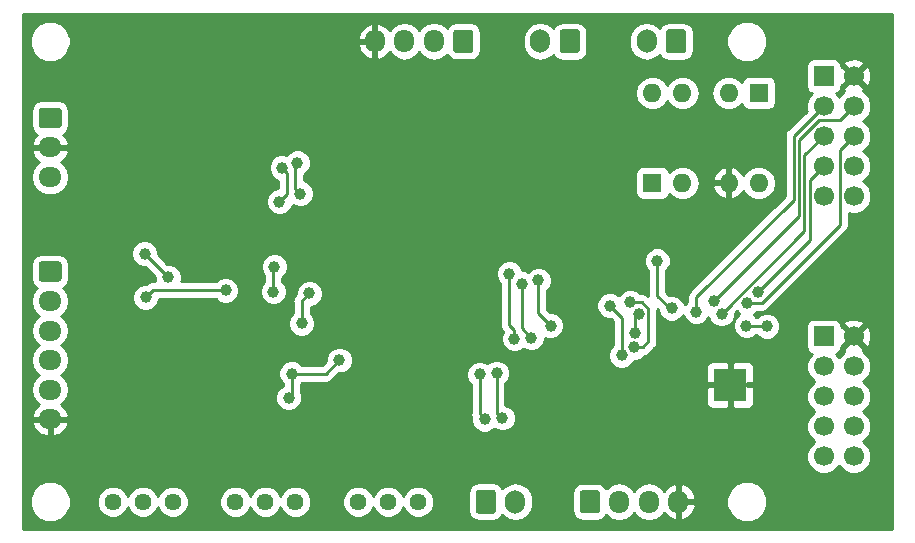
<source format=gbl>
G04 #@! TF.GenerationSoftware,KiCad,Pcbnew,5.0.1-33cea8e~68~ubuntu18.04.1*
G04 #@! TF.CreationDate,2018-11-24T23:55:32-08:00*
G04 #@! TF.ProjectId,big_battery,6269675F626174746572792E6B696361,rev?*
G04 #@! TF.SameCoordinates,Original*
G04 #@! TF.FileFunction,Copper,L2,Bot,Signal*
G04 #@! TF.FilePolarity,Positive*
%FSLAX46Y46*%
G04 Gerber Fmt 4.6, Leading zero omitted, Abs format (unit mm)*
G04 Created by KiCad (PCBNEW 5.0.1-33cea8e~68~ubuntu18.04.1) date Sat 24 Nov 2018 11:55:32 PM PST*
%MOMM*%
%LPD*%
G01*
G04 APERTURE LIST*
G04 #@! TA.AperFunction,Conductor*
%ADD10C,0.100000*%
G04 #@! TD*
G04 #@! TA.AperFunction,ComponentPad*
%ADD11C,1.700000*%
G04 #@! TD*
G04 #@! TA.AperFunction,ComponentPad*
%ADD12O,1.700000X2.000000*%
G04 #@! TD*
G04 #@! TA.AperFunction,ComponentPad*
%ADD13O,1.600000X1.600000*%
G04 #@! TD*
G04 #@! TA.AperFunction,ComponentPad*
%ADD14R,1.600000X1.600000*%
G04 #@! TD*
G04 #@! TA.AperFunction,ComponentPad*
%ADD15O,1.950000X1.700000*%
G04 #@! TD*
G04 #@! TA.AperFunction,ComponentPad*
%ADD16O,1.700000X1.950000*%
G04 #@! TD*
G04 #@! TA.AperFunction,ComponentPad*
%ADD17R,1.700000X1.700000*%
G04 #@! TD*
G04 #@! TA.AperFunction,Conductor*
%ADD18R,2.800000X2.800000*%
G04 #@! TD*
G04 #@! TA.AperFunction,ViaPad*
%ADD19C,0.600000*%
G04 #@! TD*
G04 #@! TA.AperFunction,ComponentPad*
%ADD20C,1.440000*%
G04 #@! TD*
G04 #@! TA.AperFunction,ViaPad*
%ADD21C,1.000000*%
G04 #@! TD*
G04 #@! TA.AperFunction,Conductor*
%ADD22C,0.250000*%
G04 #@! TD*
G04 #@! TA.AperFunction,Conductor*
%ADD23C,0.254000*%
G04 #@! TD*
G04 APERTURE END LIST*
D10*
G04 #@! TO.N,/CURRENT_PWM*
G04 #@! TO.C,J9*
G36*
X40524504Y-41001204D02*
X40548773Y-41004804D01*
X40572571Y-41010765D01*
X40595671Y-41019030D01*
X40617849Y-41029520D01*
X40638893Y-41042133D01*
X40658598Y-41056747D01*
X40676777Y-41073223D01*
X40693253Y-41091402D01*
X40707867Y-41111107D01*
X40720480Y-41132151D01*
X40730970Y-41154329D01*
X40739235Y-41177429D01*
X40745196Y-41201227D01*
X40748796Y-41225496D01*
X40750000Y-41250000D01*
X40750000Y-42750000D01*
X40748796Y-42774504D01*
X40745196Y-42798773D01*
X40739235Y-42822571D01*
X40730970Y-42845671D01*
X40720480Y-42867849D01*
X40707867Y-42888893D01*
X40693253Y-42908598D01*
X40676777Y-42926777D01*
X40658598Y-42943253D01*
X40638893Y-42957867D01*
X40617849Y-42970480D01*
X40595671Y-42980970D01*
X40572571Y-42989235D01*
X40548773Y-42995196D01*
X40524504Y-42998796D01*
X40500000Y-43000000D01*
X39300000Y-43000000D01*
X39275496Y-42998796D01*
X39251227Y-42995196D01*
X39227429Y-42989235D01*
X39204329Y-42980970D01*
X39182151Y-42970480D01*
X39161107Y-42957867D01*
X39141402Y-42943253D01*
X39123223Y-42926777D01*
X39106747Y-42908598D01*
X39092133Y-42888893D01*
X39079520Y-42867849D01*
X39069030Y-42845671D01*
X39060765Y-42822571D01*
X39054804Y-42798773D01*
X39051204Y-42774504D01*
X39050000Y-42750000D01*
X39050000Y-41250000D01*
X39051204Y-41225496D01*
X39054804Y-41201227D01*
X39060765Y-41177429D01*
X39069030Y-41154329D01*
X39079520Y-41132151D01*
X39092133Y-41111107D01*
X39106747Y-41091402D01*
X39123223Y-41073223D01*
X39141402Y-41056747D01*
X39161107Y-41042133D01*
X39182151Y-41029520D01*
X39204329Y-41019030D01*
X39227429Y-41010765D01*
X39251227Y-41004804D01*
X39275496Y-41001204D01*
X39300000Y-41000000D01*
X40500000Y-41000000D01*
X40524504Y-41001204D01*
X40524504Y-41001204D01*
G37*
D11*
G04 #@! TD*
G04 #@! TO.P,J9,1*
G04 #@! TO.N,/CURRENT_PWM*
X39900000Y-42000000D03*
D12*
G04 #@! TO.P,J9,2*
G04 #@! TO.N,/VOLTAGE_PWM*
X42400000Y-42000000D03*
G04 #@! TD*
G04 #@! TO.P,J7,2*
G04 #@! TO.N,/DI_CATHODE*
X53500000Y-3000000D03*
D10*
G04 #@! TD*
G04 #@! TO.N,/DI_ANODE*
G04 #@! TO.C,J7*
G36*
X56624504Y-2001204D02*
X56648773Y-2004804D01*
X56672571Y-2010765D01*
X56695671Y-2019030D01*
X56717849Y-2029520D01*
X56738893Y-2042133D01*
X56758598Y-2056747D01*
X56776777Y-2073223D01*
X56793253Y-2091402D01*
X56807867Y-2111107D01*
X56820480Y-2132151D01*
X56830970Y-2154329D01*
X56839235Y-2177429D01*
X56845196Y-2201227D01*
X56848796Y-2225496D01*
X56850000Y-2250000D01*
X56850000Y-3750000D01*
X56848796Y-3774504D01*
X56845196Y-3798773D01*
X56839235Y-3822571D01*
X56830970Y-3845671D01*
X56820480Y-3867849D01*
X56807867Y-3888893D01*
X56793253Y-3908598D01*
X56776777Y-3926777D01*
X56758598Y-3943253D01*
X56738893Y-3957867D01*
X56717849Y-3970480D01*
X56695671Y-3980970D01*
X56672571Y-3989235D01*
X56648773Y-3995196D01*
X56624504Y-3998796D01*
X56600000Y-4000000D01*
X55400000Y-4000000D01*
X55375496Y-3998796D01*
X55351227Y-3995196D01*
X55327429Y-3989235D01*
X55304329Y-3980970D01*
X55282151Y-3970480D01*
X55261107Y-3957867D01*
X55241402Y-3943253D01*
X55223223Y-3926777D01*
X55206747Y-3908598D01*
X55192133Y-3888893D01*
X55179520Y-3867849D01*
X55169030Y-3845671D01*
X55160765Y-3822571D01*
X55154804Y-3798773D01*
X55151204Y-3774504D01*
X55150000Y-3750000D01*
X55150000Y-2250000D01*
X55151204Y-2225496D01*
X55154804Y-2201227D01*
X55160765Y-2177429D01*
X55169030Y-2154329D01*
X55179520Y-2132151D01*
X55192133Y-2111107D01*
X55206747Y-2091402D01*
X55223223Y-2073223D01*
X55241402Y-2056747D01*
X55261107Y-2042133D01*
X55282151Y-2029520D01*
X55304329Y-2019030D01*
X55327429Y-2010765D01*
X55351227Y-2004804D01*
X55375496Y-2001204D01*
X55400000Y-2000000D01*
X56600000Y-2000000D01*
X56624504Y-2001204D01*
X56624504Y-2001204D01*
G37*
D11*
G04 #@! TO.P,J7,1*
G04 #@! TO.N,/DI_ANODE*
X56000000Y-3000000D03*
G04 #@! TD*
D10*
G04 #@! TO.N,/DO_EMITTER*
G04 #@! TO.C,J8*
G36*
X47624504Y-2001204D02*
X47648773Y-2004804D01*
X47672571Y-2010765D01*
X47695671Y-2019030D01*
X47717849Y-2029520D01*
X47738893Y-2042133D01*
X47758598Y-2056747D01*
X47776777Y-2073223D01*
X47793253Y-2091402D01*
X47807867Y-2111107D01*
X47820480Y-2132151D01*
X47830970Y-2154329D01*
X47839235Y-2177429D01*
X47845196Y-2201227D01*
X47848796Y-2225496D01*
X47850000Y-2250000D01*
X47850000Y-3750000D01*
X47848796Y-3774504D01*
X47845196Y-3798773D01*
X47839235Y-3822571D01*
X47830970Y-3845671D01*
X47820480Y-3867849D01*
X47807867Y-3888893D01*
X47793253Y-3908598D01*
X47776777Y-3926777D01*
X47758598Y-3943253D01*
X47738893Y-3957867D01*
X47717849Y-3970480D01*
X47695671Y-3980970D01*
X47672571Y-3989235D01*
X47648773Y-3995196D01*
X47624504Y-3998796D01*
X47600000Y-4000000D01*
X46400000Y-4000000D01*
X46375496Y-3998796D01*
X46351227Y-3995196D01*
X46327429Y-3989235D01*
X46304329Y-3980970D01*
X46282151Y-3970480D01*
X46261107Y-3957867D01*
X46241402Y-3943253D01*
X46223223Y-3926777D01*
X46206747Y-3908598D01*
X46192133Y-3888893D01*
X46179520Y-3867849D01*
X46169030Y-3845671D01*
X46160765Y-3822571D01*
X46154804Y-3798773D01*
X46151204Y-3774504D01*
X46150000Y-3750000D01*
X46150000Y-2250000D01*
X46151204Y-2225496D01*
X46154804Y-2201227D01*
X46160765Y-2177429D01*
X46169030Y-2154329D01*
X46179520Y-2132151D01*
X46192133Y-2111107D01*
X46206747Y-2091402D01*
X46223223Y-2073223D01*
X46241402Y-2056747D01*
X46261107Y-2042133D01*
X46282151Y-2029520D01*
X46304329Y-2019030D01*
X46327429Y-2010765D01*
X46351227Y-2004804D01*
X46375496Y-2001204D01*
X46400000Y-2000000D01*
X47600000Y-2000000D01*
X47624504Y-2001204D01*
X47624504Y-2001204D01*
G37*
D11*
G04 #@! TD*
G04 #@! TO.P,J8,1*
G04 #@! TO.N,/DO_EMITTER*
X47000000Y-3000000D03*
D12*
G04 #@! TO.P,J8,2*
G04 #@! TO.N,/DO_COLLECTOR*
X44500000Y-3000000D03*
G04 #@! TD*
D13*
G04 #@! TO.P,U5,4*
G04 #@! TO.N,/DI*
X63000000Y-15000000D03*
G04 #@! TO.P,U5,2*
G04 #@! TO.N,/DI_CATHODE*
X60460000Y-7380000D03*
G04 #@! TO.P,U5,3*
G04 #@! TO.N,GND*
X60460000Y-15000000D03*
D14*
G04 #@! TO.P,U5,1*
G04 #@! TO.N,/DI_ANODE*
X63000000Y-7380000D03*
G04 #@! TD*
G04 #@! TO.P,U6,1*
G04 #@! TO.N,/DO_ANODE*
X54000000Y-15000000D03*
D13*
G04 #@! TO.P,U6,3*
G04 #@! TO.N,/DO_EMITTER*
X56540000Y-7380000D03*
G04 #@! TO.P,U6,2*
G04 #@! TO.N,/DO_CATHODE*
X56540000Y-15000000D03*
G04 #@! TO.P,U6,4*
G04 #@! TO.N,/DO_COLLECTOR*
X54000000Y-7380000D03*
G04 #@! TD*
D10*
G04 #@! TO.N,+12V*
G04 #@! TO.C,J1*
G36*
X3749504Y-8651204D02*
X3773773Y-8654804D01*
X3797571Y-8660765D01*
X3820671Y-8669030D01*
X3842849Y-8679520D01*
X3863893Y-8692133D01*
X3883598Y-8706747D01*
X3901777Y-8723223D01*
X3918253Y-8741402D01*
X3932867Y-8761107D01*
X3945480Y-8782151D01*
X3955970Y-8804329D01*
X3964235Y-8827429D01*
X3970196Y-8851227D01*
X3973796Y-8875496D01*
X3975000Y-8900000D01*
X3975000Y-10100000D01*
X3973796Y-10124504D01*
X3970196Y-10148773D01*
X3964235Y-10172571D01*
X3955970Y-10195671D01*
X3945480Y-10217849D01*
X3932867Y-10238893D01*
X3918253Y-10258598D01*
X3901777Y-10276777D01*
X3883598Y-10293253D01*
X3863893Y-10307867D01*
X3842849Y-10320480D01*
X3820671Y-10330970D01*
X3797571Y-10339235D01*
X3773773Y-10345196D01*
X3749504Y-10348796D01*
X3725000Y-10350000D01*
X2275000Y-10350000D01*
X2250496Y-10348796D01*
X2226227Y-10345196D01*
X2202429Y-10339235D01*
X2179329Y-10330970D01*
X2157151Y-10320480D01*
X2136107Y-10307867D01*
X2116402Y-10293253D01*
X2098223Y-10276777D01*
X2081747Y-10258598D01*
X2067133Y-10238893D01*
X2054520Y-10217849D01*
X2044030Y-10195671D01*
X2035765Y-10172571D01*
X2029804Y-10148773D01*
X2026204Y-10124504D01*
X2025000Y-10100000D01*
X2025000Y-8900000D01*
X2026204Y-8875496D01*
X2029804Y-8851227D01*
X2035765Y-8827429D01*
X2044030Y-8804329D01*
X2054520Y-8782151D01*
X2067133Y-8761107D01*
X2081747Y-8741402D01*
X2098223Y-8723223D01*
X2116402Y-8706747D01*
X2136107Y-8692133D01*
X2157151Y-8679520D01*
X2179329Y-8669030D01*
X2202429Y-8660765D01*
X2226227Y-8654804D01*
X2250496Y-8651204D01*
X2275000Y-8650000D01*
X3725000Y-8650000D01*
X3749504Y-8651204D01*
X3749504Y-8651204D01*
G37*
D11*
G04 #@! TD*
G04 #@! TO.P,J1,1*
G04 #@! TO.N,+12V*
X3000000Y-9500000D03*
D15*
G04 #@! TO.P,J1,2*
G04 #@! TO.N,GND*
X3000000Y-12000000D03*
G04 #@! TO.P,J1,3*
G04 #@! TO.N,/RC1*
X3000000Y-14500000D03*
G04 #@! TD*
D16*
G04 #@! TO.P,J6,4*
G04 #@! TO.N,GND*
X56200000Y-42000000D03*
G04 #@! TO.P,J6,3*
G04 #@! TO.N,/C2D*
X53700000Y-42000000D03*
G04 #@! TO.P,J6,2*
G04 #@! TO.N,/C2CK*
X51200000Y-42000000D03*
D10*
G04 #@! TD*
G04 #@! TO.N,+3V3*
G04 #@! TO.C,J6*
G36*
X49324504Y-41026204D02*
X49348773Y-41029804D01*
X49372571Y-41035765D01*
X49395671Y-41044030D01*
X49417849Y-41054520D01*
X49438893Y-41067133D01*
X49458598Y-41081747D01*
X49476777Y-41098223D01*
X49493253Y-41116402D01*
X49507867Y-41136107D01*
X49520480Y-41157151D01*
X49530970Y-41179329D01*
X49539235Y-41202429D01*
X49545196Y-41226227D01*
X49548796Y-41250496D01*
X49550000Y-41275000D01*
X49550000Y-42725000D01*
X49548796Y-42749504D01*
X49545196Y-42773773D01*
X49539235Y-42797571D01*
X49530970Y-42820671D01*
X49520480Y-42842849D01*
X49507867Y-42863893D01*
X49493253Y-42883598D01*
X49476777Y-42901777D01*
X49458598Y-42918253D01*
X49438893Y-42932867D01*
X49417849Y-42945480D01*
X49395671Y-42955970D01*
X49372571Y-42964235D01*
X49348773Y-42970196D01*
X49324504Y-42973796D01*
X49300000Y-42975000D01*
X48100000Y-42975000D01*
X48075496Y-42973796D01*
X48051227Y-42970196D01*
X48027429Y-42964235D01*
X48004329Y-42955970D01*
X47982151Y-42945480D01*
X47961107Y-42932867D01*
X47941402Y-42918253D01*
X47923223Y-42901777D01*
X47906747Y-42883598D01*
X47892133Y-42863893D01*
X47879520Y-42842849D01*
X47869030Y-42820671D01*
X47860765Y-42797571D01*
X47854804Y-42773773D01*
X47851204Y-42749504D01*
X47850000Y-42725000D01*
X47850000Y-41275000D01*
X47851204Y-41250496D01*
X47854804Y-41226227D01*
X47860765Y-41202429D01*
X47869030Y-41179329D01*
X47879520Y-41157151D01*
X47892133Y-41136107D01*
X47906747Y-41116402D01*
X47923223Y-41098223D01*
X47941402Y-41081747D01*
X47961107Y-41067133D01*
X47982151Y-41054520D01*
X48004329Y-41044030D01*
X48027429Y-41035765D01*
X48051227Y-41029804D01*
X48075496Y-41026204D01*
X48100000Y-41025000D01*
X49300000Y-41025000D01*
X49324504Y-41026204D01*
X49324504Y-41026204D01*
G37*
D11*
G04 #@! TO.P,J6,1*
G04 #@! TO.N,+3V3*
X48700000Y-42000000D03*
G04 #@! TD*
D10*
G04 #@! TO.N,/VOLTAGE*
G04 #@! TO.C,J3*
G36*
X38624504Y-2026204D02*
X38648773Y-2029804D01*
X38672571Y-2035765D01*
X38695671Y-2044030D01*
X38717849Y-2054520D01*
X38738893Y-2067133D01*
X38758598Y-2081747D01*
X38776777Y-2098223D01*
X38793253Y-2116402D01*
X38807867Y-2136107D01*
X38820480Y-2157151D01*
X38830970Y-2179329D01*
X38839235Y-2202429D01*
X38845196Y-2226227D01*
X38848796Y-2250496D01*
X38850000Y-2275000D01*
X38850000Y-3725000D01*
X38848796Y-3749504D01*
X38845196Y-3773773D01*
X38839235Y-3797571D01*
X38830970Y-3820671D01*
X38820480Y-3842849D01*
X38807867Y-3863893D01*
X38793253Y-3883598D01*
X38776777Y-3901777D01*
X38758598Y-3918253D01*
X38738893Y-3932867D01*
X38717849Y-3945480D01*
X38695671Y-3955970D01*
X38672571Y-3964235D01*
X38648773Y-3970196D01*
X38624504Y-3973796D01*
X38600000Y-3975000D01*
X37400000Y-3975000D01*
X37375496Y-3973796D01*
X37351227Y-3970196D01*
X37327429Y-3964235D01*
X37304329Y-3955970D01*
X37282151Y-3945480D01*
X37261107Y-3932867D01*
X37241402Y-3918253D01*
X37223223Y-3901777D01*
X37206747Y-3883598D01*
X37192133Y-3863893D01*
X37179520Y-3842849D01*
X37169030Y-3820671D01*
X37160765Y-3797571D01*
X37154804Y-3773773D01*
X37151204Y-3749504D01*
X37150000Y-3725000D01*
X37150000Y-2275000D01*
X37151204Y-2250496D01*
X37154804Y-2226227D01*
X37160765Y-2202429D01*
X37169030Y-2179329D01*
X37179520Y-2157151D01*
X37192133Y-2136107D01*
X37206747Y-2116402D01*
X37223223Y-2098223D01*
X37241402Y-2081747D01*
X37261107Y-2067133D01*
X37282151Y-2054520D01*
X37304329Y-2044030D01*
X37327429Y-2035765D01*
X37351227Y-2029804D01*
X37375496Y-2026204D01*
X37400000Y-2025000D01*
X38600000Y-2025000D01*
X38624504Y-2026204D01*
X38624504Y-2026204D01*
G37*
D11*
G04 #@! TD*
G04 #@! TO.P,J3,1*
G04 #@! TO.N,/VOLTAGE*
X38000000Y-3000000D03*
D16*
G04 #@! TO.P,J3,2*
G04 #@! TO.N,/CURRENT*
X35500000Y-3000000D03*
G04 #@! TO.P,J3,3*
G04 #@! TO.N,/TRICKLE_DIS*
X33000000Y-3000000D03*
G04 #@! TO.P,J3,4*
G04 #@! TO.N,GND*
X30500000Y-3000000D03*
G04 #@! TD*
D10*
G04 #@! TO.N,/RC1*
G04 #@! TO.C,J2*
G36*
X3749504Y-21651204D02*
X3773773Y-21654804D01*
X3797571Y-21660765D01*
X3820671Y-21669030D01*
X3842849Y-21679520D01*
X3863893Y-21692133D01*
X3883598Y-21706747D01*
X3901777Y-21723223D01*
X3918253Y-21741402D01*
X3932867Y-21761107D01*
X3945480Y-21782151D01*
X3955970Y-21804329D01*
X3964235Y-21827429D01*
X3970196Y-21851227D01*
X3973796Y-21875496D01*
X3975000Y-21900000D01*
X3975000Y-23100000D01*
X3973796Y-23124504D01*
X3970196Y-23148773D01*
X3964235Y-23172571D01*
X3955970Y-23195671D01*
X3945480Y-23217849D01*
X3932867Y-23238893D01*
X3918253Y-23258598D01*
X3901777Y-23276777D01*
X3883598Y-23293253D01*
X3863893Y-23307867D01*
X3842849Y-23320480D01*
X3820671Y-23330970D01*
X3797571Y-23339235D01*
X3773773Y-23345196D01*
X3749504Y-23348796D01*
X3725000Y-23350000D01*
X2275000Y-23350000D01*
X2250496Y-23348796D01*
X2226227Y-23345196D01*
X2202429Y-23339235D01*
X2179329Y-23330970D01*
X2157151Y-23320480D01*
X2136107Y-23307867D01*
X2116402Y-23293253D01*
X2098223Y-23276777D01*
X2081747Y-23258598D01*
X2067133Y-23238893D01*
X2054520Y-23217849D01*
X2044030Y-23195671D01*
X2035765Y-23172571D01*
X2029804Y-23148773D01*
X2026204Y-23124504D01*
X2025000Y-23100000D01*
X2025000Y-21900000D01*
X2026204Y-21875496D01*
X2029804Y-21851227D01*
X2035765Y-21827429D01*
X2044030Y-21804329D01*
X2054520Y-21782151D01*
X2067133Y-21761107D01*
X2081747Y-21741402D01*
X2098223Y-21723223D01*
X2116402Y-21706747D01*
X2136107Y-21692133D01*
X2157151Y-21679520D01*
X2179329Y-21669030D01*
X2202429Y-21660765D01*
X2226227Y-21654804D01*
X2250496Y-21651204D01*
X2275000Y-21650000D01*
X3725000Y-21650000D01*
X3749504Y-21651204D01*
X3749504Y-21651204D01*
G37*
D11*
G04 #@! TD*
G04 #@! TO.P,J2,1*
G04 #@! TO.N,/RC1*
X3000000Y-22500000D03*
D15*
G04 #@! TO.P,J2,2*
G04 #@! TO.N,/RCG*
X3000000Y-25000000D03*
G04 #@! TO.P,J2,3*
G04 #@! TO.N,/S+*
X3000000Y-27500000D03*
G04 #@! TO.P,J2,4*
G04 #@! TO.N,/TRM*
X3000000Y-30000000D03*
G04 #@! TO.P,J2,5*
G04 #@! TO.N,/CB*
X3000000Y-32500000D03*
G04 #@! TO.P,J2,6*
G04 #@! TO.N,GND*
X3000000Y-35000000D03*
G04 #@! TD*
D11*
G04 #@! TO.P,J4,10*
G04 #@! TO.N,Net-(J4-Pad10)*
X71040000Y-38160000D03*
G04 #@! TO.P,J4,9*
G04 #@! TO.N,/P1.6*
X68500000Y-38160000D03*
G04 #@! TO.P,J4,8*
G04 #@! TO.N,/P1.5*
X71040000Y-35620000D03*
G04 #@! TO.P,J4,7*
G04 #@! TO.N,/P1.4*
X68500000Y-35620000D03*
G04 #@! TO.P,J4,6*
G04 #@! TO.N,/P1.3*
X71040000Y-33080000D03*
G04 #@! TO.P,J4,5*
G04 #@! TO.N,/P1.2*
X68500000Y-33080000D03*
G04 #@! TO.P,J4,4*
G04 #@! TO.N,/P1.1*
X71040000Y-30540000D03*
G04 #@! TO.P,J4,3*
G04 #@! TO.N,/P1.0*
X68500000Y-30540000D03*
G04 #@! TO.P,J4,2*
G04 #@! TO.N,GND*
X71040000Y-28000000D03*
D17*
G04 #@! TO.P,J4,1*
G04 #@! TO.N,+3V3*
X68500000Y-28000000D03*
G04 #@! TD*
G04 #@! TO.P,J5,1*
G04 #@! TO.N,+3V3*
X68500000Y-5960000D03*
D11*
G04 #@! TO.P,J5,2*
G04 #@! TO.N,GND*
X71040000Y-5960000D03*
G04 #@! TO.P,J5,3*
G04 #@! TO.N,/P0.0*
X68500000Y-8500000D03*
G04 #@! TO.P,J5,4*
G04 #@! TO.N,/P0.1*
X71040000Y-8500000D03*
G04 #@! TO.P,J5,5*
G04 #@! TO.N,/P0.2*
X68500000Y-11040000D03*
G04 #@! TO.P,J5,6*
G04 #@! TO.N,/P0.3*
X71040000Y-11040000D03*
G04 #@! TO.P,J5,7*
G04 #@! TO.N,/P0.4*
X68500000Y-13580000D03*
G04 #@! TO.P,J5,8*
G04 #@! TO.N,/P0.5*
X71040000Y-13580000D03*
G04 #@! TO.P,J5,9*
G04 #@! TO.N,/P0.6*
X68500000Y-16120000D03*
G04 #@! TO.P,J5,10*
G04 #@! TO.N,/P0.7*
X71040000Y-16120000D03*
G04 #@! TD*
D18*
G04 #@! TO.N,GND*
G04 #@! TO.C,U4*
X60600000Y-32100000D03*
D19*
X60150000Y-32100000D03*
X60600000Y-31650000D03*
X60600000Y-32100000D03*
X60600000Y-32550000D03*
X61050000Y-32100000D03*
G04 #@! TD*
D20*
G04 #@! TO.P,RV3,1*
G04 #@! TO.N,Net-(C6-Pad1)*
X34180000Y-42000000D03*
G04 #@! TO.P,RV3,2*
X31640000Y-42000000D03*
G04 #@! TO.P,RV3,3*
G04 #@! TO.N,Net-(R16-Pad1)*
X29100000Y-42000000D03*
G04 #@! TD*
G04 #@! TO.P,RV2,3*
G04 #@! TO.N,Net-(R13-Pad1)*
X8320000Y-42000000D03*
G04 #@! TO.P,RV2,2*
G04 #@! TO.N,Net-(C5-Pad2)*
X10860000Y-42000000D03*
G04 #@! TO.P,RV2,1*
X13400000Y-42000000D03*
G04 #@! TD*
G04 #@! TO.P,RV1,1*
G04 #@! TO.N,Net-(C5-Pad2)*
X23780000Y-42000000D03*
G04 #@! TO.P,RV1,2*
X21240000Y-42000000D03*
G04 #@! TO.P,RV1,3*
G04 #@! TO.N,Net-(R11-Pad2)*
X18700000Y-42000000D03*
G04 #@! TD*
D21*
G04 #@! TO.N,/CURRENT*
X43761802Y-28104207D03*
X42970540Y-23549946D03*
X11100000Y-24700000D03*
X17870000Y-24100000D03*
G04 #@! TO.N,GND*
X15772341Y-14539252D03*
X26600000Y-22000000D03*
X18000000Y-9300000D03*
X26000000Y-9400000D03*
X16500000Y-1700000D03*
X6500000Y-11600000D03*
X12500000Y-9800000D03*
X17723708Y-27336779D03*
X37400000Y-24200000D03*
X47500000Y-7100000D03*
X47300000Y-9100000D03*
X9400000Y-36500000D03*
X30500000Y-16000000D03*
X39300000Y-16600000D03*
X39576846Y-36692241D03*
X39000000Y-29800000D03*
X27877521Y-33472606D03*
X9898541Y-31849990D03*
X15886975Y-21324984D03*
X20900000Y-19118838D03*
X63300000Y-33125012D03*
X57800000Y-31700000D03*
X30900000Y-29800000D03*
X40900000Y-11100000D03*
X45100000Y-14200000D03*
X61400000Y-10700000D03*
X43500000Y-31800000D03*
X20200000Y-34500000D03*
X17100000Y-33900000D03*
X5500000Y-38700000D03*
X70400000Y-42500000D03*
X68600000Y-1400000D03*
X5500000Y-4700000D03*
X33698585Y-37823264D03*
X57870871Y-38870871D03*
X51600000Y-34425010D03*
X45405200Y-39474880D03*
G04 #@! TO.N,Net-(C6-Pad1)*
X39372852Y-31201341D03*
X39800928Y-34999072D03*
G04 #@! TO.N,+3V3*
X54400000Y-21600000D03*
X24300000Y-26900000D03*
X24950034Y-24349966D03*
X24200000Y-15900000D03*
X23932412Y-13302921D03*
X55630846Y-25600008D03*
G04 #@! TO.N,Net-(D1-Pad1)*
X22400000Y-16600000D03*
X22000000Y-22099977D03*
X21900000Y-24200000D03*
X22634160Y-13700000D03*
G04 #@! TO.N,Net-(C5-Pad2)*
X27500044Y-29999971D03*
X23200000Y-33200000D03*
X23477408Y-31149989D03*
G04 #@! TO.N,/TRICKLE_DIS*
X42300000Y-28200000D03*
X41872489Y-22681432D03*
G04 #@! TO.N,/CURRENT_PWM*
X40800000Y-31100000D03*
X41300000Y-34900000D03*
G04 #@! TO.N,/VOLTAGE_PWM*
X50400000Y-25400000D03*
X51399998Y-29600000D03*
G04 #@! TO.N,/VOLTAGE*
X11000000Y-21000000D03*
X45372323Y-27084356D03*
X44340565Y-23261737D03*
X13000000Y-23000000D03*
G04 #@! TO.N,/P0.1*
X59200000Y-25000000D03*
X52543596Y-27708180D03*
X52844031Y-26058168D03*
G04 #@! TO.N,/P0.0*
X57700001Y-25900001D03*
G04 #@! TO.N,/P0.5*
X61946081Y-27078074D03*
X63702435Y-27124875D03*
G04 #@! TO.N,/P0.4*
X62933372Y-24233372D03*
G04 #@! TO.N,/P0.3*
X62028649Y-25138093D03*
G04 #@! TO.N,/P0.2*
X59850000Y-26100000D03*
X52113678Y-25106007D03*
X52479308Y-28906469D03*
G04 #@! TD*
D22*
G04 #@! TO.N,/CURRENT*
X42970540Y-24257052D02*
X42970540Y-23549946D01*
X42970540Y-27312945D02*
X42970540Y-24257052D01*
X43761802Y-28104207D02*
X42970540Y-27312945D01*
X17870000Y-24100000D02*
X11700000Y-24100000D01*
X11700000Y-24100000D02*
X11100000Y-24700000D01*
G04 #@! TO.N,Net-(C6-Pad1)*
X39372852Y-31201341D02*
X39372852Y-34570996D01*
X39372852Y-34570996D02*
X39800928Y-34999072D01*
G04 #@! TO.N,+3V3*
X24300000Y-26192894D02*
X24300000Y-26900000D01*
X24300000Y-25000000D02*
X24300000Y-26192894D01*
X24950034Y-24349966D02*
X24300000Y-25000000D01*
X23700000Y-13535333D02*
X23932412Y-13302921D01*
X24200000Y-15900000D02*
X23700000Y-15400000D01*
X23700000Y-15400000D02*
X23700000Y-13535333D01*
X54400000Y-24543679D02*
X55456329Y-25600008D01*
X54400000Y-21600000D02*
X54400000Y-24543679D01*
X55456329Y-25600008D02*
X55630846Y-25600008D01*
G04 #@! TO.N,Net-(D1-Pad1)*
X21900000Y-24200000D02*
X21900000Y-22199977D01*
X21900000Y-22199977D02*
X22000000Y-22099977D01*
X23100000Y-14165840D02*
X22634160Y-13700000D01*
X22400000Y-16600000D02*
X23100000Y-15900000D01*
X23100000Y-15900000D02*
X23100000Y-14165840D01*
G04 #@! TO.N,Net-(C5-Pad2)*
X23400000Y-33000000D02*
X23200000Y-33200000D01*
X26350026Y-31149989D02*
X24184514Y-31149989D01*
X24184514Y-31149989D02*
X23477408Y-31149989D01*
X27500044Y-29999971D02*
X26350026Y-31149989D01*
X23477408Y-32922592D02*
X23200000Y-33200000D01*
X23477408Y-31149989D02*
X23477408Y-32922592D01*
G04 #@! TO.N,/TRICKLE_DIS*
X42300000Y-27492894D02*
X41872489Y-27065383D01*
X42300000Y-28200000D02*
X42300000Y-27492894D01*
X41872489Y-23388538D02*
X41872489Y-22681432D01*
X41872489Y-27065383D02*
X41872489Y-23388538D01*
G04 #@! TO.N,/CURRENT_PWM*
X40800000Y-31100000D02*
X40800000Y-34500000D01*
X40800000Y-34500000D02*
X41200000Y-34900000D01*
X41200000Y-34900000D02*
X41300000Y-34900000D01*
G04 #@! TO.N,/VOLTAGE_PWM*
X50400000Y-25400000D02*
X51399998Y-26399998D01*
X51399998Y-28892894D02*
X51399998Y-29600000D01*
X51399998Y-26399998D02*
X51399998Y-28892894D01*
G04 #@! TO.N,/VOLTAGE*
X44340565Y-23968843D02*
X44340565Y-23261737D01*
X45372323Y-27084356D02*
X44340565Y-26052598D01*
X44340565Y-26052598D02*
X44340565Y-23968843D01*
X13000000Y-23000000D02*
X11000000Y-21000000D01*
G04 #@! TO.N,/P0.1*
X68125997Y-9675001D02*
X66424978Y-11376020D01*
X66424978Y-11376020D02*
X66424978Y-17775022D01*
X71040000Y-8500000D02*
X69864999Y-9675001D01*
X66424978Y-17775022D02*
X59699999Y-24500001D01*
X59699999Y-24500001D02*
X59200000Y-25000000D01*
X69864999Y-9675001D02*
X68125997Y-9675001D01*
X52543596Y-26358603D02*
X52844031Y-26058168D01*
X52543596Y-27708180D02*
X52543596Y-26358603D01*
G04 #@! TO.N,/P0.0*
X65974967Y-11025033D02*
X65974967Y-16417927D01*
X68500000Y-8500000D02*
X65974967Y-11025033D01*
X65974967Y-16417927D02*
X57700001Y-24692893D01*
X57700001Y-25192895D02*
X57700001Y-25900001D01*
X57700001Y-24692893D02*
X57700001Y-25192895D01*
G04 #@! TO.N,/P0.5*
X61946081Y-27078074D02*
X63655634Y-27078074D01*
X63655634Y-27078074D02*
X63702435Y-27124875D01*
G04 #@! TO.N,/P0.4*
X67324999Y-14755001D02*
X67324999Y-19841745D01*
X67324999Y-19841745D02*
X63433371Y-23733373D01*
X68500000Y-13580000D02*
X67324999Y-14755001D01*
X63433371Y-23733373D02*
X62933372Y-24233372D01*
G04 #@! TO.N,/P0.3*
X63249653Y-25138093D02*
X62735755Y-25138093D01*
X71040000Y-11040000D02*
X69864999Y-12215001D01*
X69864999Y-18522747D02*
X63249653Y-25138093D01*
X62735755Y-25138093D02*
X62028649Y-25138093D01*
X69864999Y-12215001D02*
X69864999Y-18522747D01*
G04 #@! TO.N,/P0.2*
X66874988Y-12665012D02*
X66874988Y-19075012D01*
X68500000Y-11040000D02*
X66874988Y-12665012D01*
X66874988Y-19075012D02*
X59850000Y-26100000D01*
X53186414Y-28906469D02*
X53669033Y-28423850D01*
X53669033Y-25662166D02*
X53112874Y-25106007D01*
X52479308Y-28906469D02*
X53186414Y-28906469D01*
X53669033Y-28423850D02*
X53669033Y-25662166D01*
X52820784Y-25106007D02*
X52113678Y-25106007D01*
X53112874Y-25106007D02*
X52820784Y-25106007D01*
G04 #@! TD*
D23*
G04 #@! TO.N,GND*
G36*
X74265000Y-44265000D02*
X735000Y-44265000D01*
X735000Y-41654887D01*
X1265000Y-41654887D01*
X1265000Y-42345113D01*
X1529138Y-42982799D01*
X2017201Y-43470862D01*
X2654887Y-43735000D01*
X3345113Y-43735000D01*
X3982799Y-43470862D01*
X4470862Y-42982799D01*
X4735000Y-42345113D01*
X4735000Y-41730474D01*
X6965000Y-41730474D01*
X6965000Y-42269526D01*
X7171286Y-42767546D01*
X7552454Y-43148714D01*
X8050474Y-43355000D01*
X8589526Y-43355000D01*
X9087546Y-43148714D01*
X9468714Y-42767546D01*
X9590000Y-42474735D01*
X9711286Y-42767546D01*
X10092454Y-43148714D01*
X10590474Y-43355000D01*
X11129526Y-43355000D01*
X11627546Y-43148714D01*
X12008714Y-42767546D01*
X12130000Y-42474735D01*
X12251286Y-42767546D01*
X12632454Y-43148714D01*
X13130474Y-43355000D01*
X13669526Y-43355000D01*
X14167546Y-43148714D01*
X14548714Y-42767546D01*
X14755000Y-42269526D01*
X14755000Y-41730474D01*
X17345000Y-41730474D01*
X17345000Y-42269526D01*
X17551286Y-42767546D01*
X17932454Y-43148714D01*
X18430474Y-43355000D01*
X18969526Y-43355000D01*
X19467546Y-43148714D01*
X19848714Y-42767546D01*
X19970000Y-42474735D01*
X20091286Y-42767546D01*
X20472454Y-43148714D01*
X20970474Y-43355000D01*
X21509526Y-43355000D01*
X22007546Y-43148714D01*
X22388714Y-42767546D01*
X22510000Y-42474735D01*
X22631286Y-42767546D01*
X23012454Y-43148714D01*
X23510474Y-43355000D01*
X24049526Y-43355000D01*
X24547546Y-43148714D01*
X24928714Y-42767546D01*
X25135000Y-42269526D01*
X25135000Y-41730474D01*
X27745000Y-41730474D01*
X27745000Y-42269526D01*
X27951286Y-42767546D01*
X28332454Y-43148714D01*
X28830474Y-43355000D01*
X29369526Y-43355000D01*
X29867546Y-43148714D01*
X30248714Y-42767546D01*
X30370000Y-42474735D01*
X30491286Y-42767546D01*
X30872454Y-43148714D01*
X31370474Y-43355000D01*
X31909526Y-43355000D01*
X32407546Y-43148714D01*
X32788714Y-42767546D01*
X32910000Y-42474735D01*
X33031286Y-42767546D01*
X33412454Y-43148714D01*
X33910474Y-43355000D01*
X34449526Y-43355000D01*
X34947546Y-43148714D01*
X35328714Y-42767546D01*
X35535000Y-42269526D01*
X35535000Y-41730474D01*
X35335982Y-41250000D01*
X38402560Y-41250000D01*
X38402560Y-42750000D01*
X38470874Y-43093435D01*
X38665414Y-43384586D01*
X38956565Y-43579126D01*
X39300000Y-43647440D01*
X40500000Y-43647440D01*
X40843435Y-43579126D01*
X41134586Y-43384586D01*
X41286758Y-43156844D01*
X41329375Y-43220625D01*
X41820583Y-43548839D01*
X42400000Y-43664092D01*
X42979418Y-43548839D01*
X43470625Y-43220625D01*
X43798839Y-42729417D01*
X43885000Y-42296255D01*
X43885000Y-41703744D01*
X43799718Y-41275000D01*
X47202560Y-41275000D01*
X47202560Y-42725000D01*
X47270874Y-43068435D01*
X47465414Y-43359586D01*
X47756565Y-43554126D01*
X48100000Y-43622440D01*
X49300000Y-43622440D01*
X49643435Y-43554126D01*
X49934586Y-43359586D01*
X50086758Y-43131844D01*
X50129375Y-43195625D01*
X50620583Y-43523839D01*
X51200000Y-43639092D01*
X51779418Y-43523839D01*
X52270625Y-43195625D01*
X52450000Y-42927171D01*
X52629375Y-43195625D01*
X53120583Y-43523839D01*
X53700000Y-43639092D01*
X54279418Y-43523839D01*
X54770625Y-43195625D01*
X54953246Y-42922313D01*
X55328807Y-43327497D01*
X55843110Y-43566476D01*
X56073000Y-43445155D01*
X56073000Y-42127000D01*
X56327000Y-42127000D01*
X56327000Y-43445155D01*
X56556890Y-43566476D01*
X57071193Y-43327497D01*
X57465053Y-42902571D01*
X57666320Y-42359267D01*
X57526165Y-42127000D01*
X56327000Y-42127000D01*
X56073000Y-42127000D01*
X56053000Y-42127000D01*
X56053000Y-41873000D01*
X56073000Y-41873000D01*
X56073000Y-40554845D01*
X56327000Y-40554845D01*
X56327000Y-41873000D01*
X57526165Y-41873000D01*
X57657779Y-41654887D01*
X60265000Y-41654887D01*
X60265000Y-42345113D01*
X60529138Y-42982799D01*
X61017201Y-43470862D01*
X61654887Y-43735000D01*
X62345113Y-43735000D01*
X62982799Y-43470862D01*
X63470862Y-42982799D01*
X63735000Y-42345113D01*
X63735000Y-41654887D01*
X63470862Y-41017201D01*
X62982799Y-40529138D01*
X62345113Y-40265000D01*
X61654887Y-40265000D01*
X61017201Y-40529138D01*
X60529138Y-41017201D01*
X60265000Y-41654887D01*
X57657779Y-41654887D01*
X57666320Y-41640733D01*
X57465053Y-41097429D01*
X57071193Y-40672503D01*
X56556890Y-40433524D01*
X56327000Y-40554845D01*
X56073000Y-40554845D01*
X55843110Y-40433524D01*
X55328807Y-40672503D01*
X54953246Y-41077687D01*
X54770625Y-40804375D01*
X54279417Y-40476161D01*
X53700000Y-40360908D01*
X53120582Y-40476161D01*
X52629375Y-40804375D01*
X52450000Y-41072829D01*
X52270625Y-40804375D01*
X51779417Y-40476161D01*
X51200000Y-40360908D01*
X50620582Y-40476161D01*
X50129375Y-40804375D01*
X50086758Y-40868156D01*
X49934586Y-40640414D01*
X49643435Y-40445874D01*
X49300000Y-40377560D01*
X48100000Y-40377560D01*
X47756565Y-40445874D01*
X47465414Y-40640414D01*
X47270874Y-40931565D01*
X47202560Y-41275000D01*
X43799718Y-41275000D01*
X43798839Y-41270582D01*
X43470625Y-40779375D01*
X42979417Y-40451161D01*
X42400000Y-40335908D01*
X41820582Y-40451161D01*
X41329375Y-40779375D01*
X41286758Y-40843156D01*
X41134586Y-40615414D01*
X40843435Y-40420874D01*
X40500000Y-40352560D01*
X39300000Y-40352560D01*
X38956565Y-40420874D01*
X38665414Y-40615414D01*
X38470874Y-40906565D01*
X38402560Y-41250000D01*
X35335982Y-41250000D01*
X35328714Y-41232454D01*
X34947546Y-40851286D01*
X34449526Y-40645000D01*
X33910474Y-40645000D01*
X33412454Y-40851286D01*
X33031286Y-41232454D01*
X32910000Y-41525265D01*
X32788714Y-41232454D01*
X32407546Y-40851286D01*
X31909526Y-40645000D01*
X31370474Y-40645000D01*
X30872454Y-40851286D01*
X30491286Y-41232454D01*
X30370000Y-41525265D01*
X30248714Y-41232454D01*
X29867546Y-40851286D01*
X29369526Y-40645000D01*
X28830474Y-40645000D01*
X28332454Y-40851286D01*
X27951286Y-41232454D01*
X27745000Y-41730474D01*
X25135000Y-41730474D01*
X24928714Y-41232454D01*
X24547546Y-40851286D01*
X24049526Y-40645000D01*
X23510474Y-40645000D01*
X23012454Y-40851286D01*
X22631286Y-41232454D01*
X22510000Y-41525265D01*
X22388714Y-41232454D01*
X22007546Y-40851286D01*
X21509526Y-40645000D01*
X20970474Y-40645000D01*
X20472454Y-40851286D01*
X20091286Y-41232454D01*
X19970000Y-41525265D01*
X19848714Y-41232454D01*
X19467546Y-40851286D01*
X18969526Y-40645000D01*
X18430474Y-40645000D01*
X17932454Y-40851286D01*
X17551286Y-41232454D01*
X17345000Y-41730474D01*
X14755000Y-41730474D01*
X14548714Y-41232454D01*
X14167546Y-40851286D01*
X13669526Y-40645000D01*
X13130474Y-40645000D01*
X12632454Y-40851286D01*
X12251286Y-41232454D01*
X12130000Y-41525265D01*
X12008714Y-41232454D01*
X11627546Y-40851286D01*
X11129526Y-40645000D01*
X10590474Y-40645000D01*
X10092454Y-40851286D01*
X9711286Y-41232454D01*
X9590000Y-41525265D01*
X9468714Y-41232454D01*
X9087546Y-40851286D01*
X8589526Y-40645000D01*
X8050474Y-40645000D01*
X7552454Y-40851286D01*
X7171286Y-41232454D01*
X6965000Y-41730474D01*
X4735000Y-41730474D01*
X4735000Y-41654887D01*
X4470862Y-41017201D01*
X3982799Y-40529138D01*
X3345113Y-40265000D01*
X2654887Y-40265000D01*
X2017201Y-40529138D01*
X1529138Y-41017201D01*
X1265000Y-41654887D01*
X735000Y-41654887D01*
X735000Y-35356890D01*
X1433524Y-35356890D01*
X1672503Y-35871193D01*
X2097429Y-36265053D01*
X2640733Y-36466320D01*
X2873000Y-36326165D01*
X2873000Y-35127000D01*
X3127000Y-35127000D01*
X3127000Y-36326165D01*
X3359267Y-36466320D01*
X3902571Y-36265053D01*
X4327497Y-35871193D01*
X4566476Y-35356890D01*
X4445155Y-35127000D01*
X3127000Y-35127000D01*
X2873000Y-35127000D01*
X1554845Y-35127000D01*
X1433524Y-35356890D01*
X735000Y-35356890D01*
X735000Y-25000000D01*
X1360908Y-25000000D01*
X1476161Y-25579418D01*
X1804375Y-26070625D01*
X2072829Y-26250000D01*
X1804375Y-26429375D01*
X1476161Y-26920582D01*
X1360908Y-27500000D01*
X1476161Y-28079418D01*
X1804375Y-28570625D01*
X2072829Y-28750000D01*
X1804375Y-28929375D01*
X1476161Y-29420582D01*
X1360908Y-30000000D01*
X1476161Y-30579418D01*
X1804375Y-31070625D01*
X2072829Y-31250000D01*
X1804375Y-31429375D01*
X1476161Y-31920582D01*
X1360908Y-32500000D01*
X1476161Y-33079418D01*
X1804375Y-33570625D01*
X2077687Y-33753246D01*
X1672503Y-34128807D01*
X1433524Y-34643110D01*
X1554845Y-34873000D01*
X2873000Y-34873000D01*
X2873000Y-34853000D01*
X3127000Y-34853000D01*
X3127000Y-34873000D01*
X4445155Y-34873000D01*
X4566476Y-34643110D01*
X4327497Y-34128807D01*
X3922313Y-33753246D01*
X4195625Y-33570625D01*
X4523839Y-33079418D01*
X4544761Y-32974234D01*
X22065000Y-32974234D01*
X22065000Y-33425766D01*
X22237793Y-33842926D01*
X22557074Y-34162207D01*
X22974234Y-34335000D01*
X23425766Y-34335000D01*
X23842926Y-34162207D01*
X24162207Y-33842926D01*
X24335000Y-33425766D01*
X24335000Y-32974234D01*
X24237408Y-32738626D01*
X24237408Y-31995122D01*
X24322541Y-31909989D01*
X26275179Y-31909989D01*
X26350026Y-31924877D01*
X26424873Y-31909989D01*
X26424878Y-31909989D01*
X26646563Y-31865893D01*
X26897955Y-31697918D01*
X26940357Y-31634459D01*
X27439845Y-31134971D01*
X27725810Y-31134971D01*
X28110626Y-30975575D01*
X38237852Y-30975575D01*
X38237852Y-31427107D01*
X38410645Y-31844267D01*
X38612852Y-32046474D01*
X38612853Y-34496144D01*
X38597964Y-34570996D01*
X38656949Y-34867533D01*
X38665928Y-34880971D01*
X38665928Y-35224838D01*
X38838721Y-35641998D01*
X39158002Y-35961279D01*
X39575162Y-36134072D01*
X40026694Y-36134072D01*
X40443854Y-35961279D01*
X40600000Y-35805133D01*
X40657074Y-35862207D01*
X41074234Y-36035000D01*
X41525766Y-36035000D01*
X41942926Y-35862207D01*
X42262207Y-35542926D01*
X42435000Y-35125766D01*
X42435000Y-34674234D01*
X42262207Y-34257074D01*
X41942926Y-33937793D01*
X41560000Y-33779180D01*
X41560000Y-31945133D01*
X41762207Y-31742926D01*
X41935000Y-31325766D01*
X41935000Y-30874234D01*
X41762207Y-30457074D01*
X41442926Y-30137793D01*
X41025766Y-29965000D01*
X40574234Y-29965000D01*
X40157074Y-30137793D01*
X40035756Y-30259112D01*
X40015778Y-30239134D01*
X39598618Y-30066341D01*
X39147086Y-30066341D01*
X38729926Y-30239134D01*
X38410645Y-30558415D01*
X38237852Y-30975575D01*
X28110626Y-30975575D01*
X28142970Y-30962178D01*
X28462251Y-30642897D01*
X28635044Y-30225737D01*
X28635044Y-29774205D01*
X28462251Y-29357045D01*
X28142970Y-29037764D01*
X27725810Y-28864971D01*
X27274278Y-28864971D01*
X26857118Y-29037764D01*
X26537837Y-29357045D01*
X26365044Y-29774205D01*
X26365044Y-30060170D01*
X26035225Y-30389989D01*
X24322541Y-30389989D01*
X24120334Y-30187782D01*
X23703174Y-30014989D01*
X23251642Y-30014989D01*
X22834482Y-30187782D01*
X22515201Y-30507063D01*
X22342408Y-30924223D01*
X22342408Y-31375755D01*
X22515201Y-31792915D01*
X22717408Y-31995122D01*
X22717409Y-32171380D01*
X22557074Y-32237793D01*
X22237793Y-32557074D01*
X22065000Y-32974234D01*
X4544761Y-32974234D01*
X4639092Y-32500000D01*
X4523839Y-31920582D01*
X4195625Y-31429375D01*
X3927171Y-31250000D01*
X4195625Y-31070625D01*
X4523839Y-30579418D01*
X4639092Y-30000000D01*
X4523839Y-29420582D01*
X4195625Y-28929375D01*
X3927171Y-28750000D01*
X4195625Y-28570625D01*
X4523839Y-28079418D01*
X4639092Y-27500000D01*
X4523839Y-26920582D01*
X4359235Y-26674234D01*
X23165000Y-26674234D01*
X23165000Y-27125766D01*
X23337793Y-27542926D01*
X23657074Y-27862207D01*
X24074234Y-28035000D01*
X24525766Y-28035000D01*
X24942926Y-27862207D01*
X25262207Y-27542926D01*
X25435000Y-27125766D01*
X25435000Y-26674234D01*
X25262207Y-26257074D01*
X25060000Y-26054867D01*
X25060000Y-25484966D01*
X25175800Y-25484966D01*
X25592960Y-25312173D01*
X25912241Y-24992892D01*
X26085034Y-24575732D01*
X26085034Y-24124200D01*
X25912241Y-23707040D01*
X25592960Y-23387759D01*
X25175800Y-23214966D01*
X24724268Y-23214966D01*
X24307108Y-23387759D01*
X23987827Y-23707040D01*
X23815034Y-24124200D01*
X23815034Y-24410000D01*
X23752071Y-24452071D01*
X23584096Y-24703464D01*
X23540000Y-24925149D01*
X23540000Y-24925153D01*
X23525112Y-25000000D01*
X23540000Y-25074847D01*
X23540001Y-26054866D01*
X23337793Y-26257074D01*
X23165000Y-26674234D01*
X4359235Y-26674234D01*
X4195625Y-26429375D01*
X3927171Y-26250000D01*
X4195625Y-26070625D01*
X4523839Y-25579418D01*
X4639092Y-25000000D01*
X4523839Y-24420582D01*
X4195625Y-23929375D01*
X4131844Y-23886758D01*
X4359586Y-23734586D01*
X4554126Y-23443435D01*
X4622440Y-23100000D01*
X4622440Y-21900000D01*
X4554126Y-21556565D01*
X4359586Y-21265414D01*
X4068435Y-21070874D01*
X3725000Y-21002560D01*
X2275000Y-21002560D01*
X1931565Y-21070874D01*
X1640414Y-21265414D01*
X1445874Y-21556565D01*
X1377560Y-21900000D01*
X1377560Y-23100000D01*
X1445874Y-23443435D01*
X1640414Y-23734586D01*
X1868156Y-23886758D01*
X1804375Y-23929375D01*
X1476161Y-24420582D01*
X1360908Y-25000000D01*
X735000Y-25000000D01*
X735000Y-20774234D01*
X9865000Y-20774234D01*
X9865000Y-21225766D01*
X10037793Y-21642926D01*
X10357074Y-21962207D01*
X10774234Y-22135000D01*
X11060199Y-22135000D01*
X11865000Y-22939802D01*
X11865000Y-23225766D01*
X11912317Y-23340000D01*
X11774846Y-23340000D01*
X11699999Y-23325112D01*
X11625152Y-23340000D01*
X11625148Y-23340000D01*
X11403463Y-23384096D01*
X11152071Y-23552071D01*
X11143432Y-23565000D01*
X10874234Y-23565000D01*
X10457074Y-23737793D01*
X10137793Y-24057074D01*
X9965000Y-24474234D01*
X9965000Y-24925766D01*
X10137793Y-25342926D01*
X10457074Y-25662207D01*
X10874234Y-25835000D01*
X11325766Y-25835000D01*
X11742926Y-25662207D01*
X12062207Y-25342926D01*
X12235000Y-24925766D01*
X12235000Y-24860000D01*
X17024867Y-24860000D01*
X17227074Y-25062207D01*
X17644234Y-25235000D01*
X18095766Y-25235000D01*
X18512926Y-25062207D01*
X18832207Y-24742926D01*
X19005000Y-24325766D01*
X19005000Y-23974234D01*
X20765000Y-23974234D01*
X20765000Y-24425766D01*
X20937793Y-24842926D01*
X21257074Y-25162207D01*
X21674234Y-25335000D01*
X22125766Y-25335000D01*
X22542926Y-25162207D01*
X22862207Y-24842926D01*
X23035000Y-24425766D01*
X23035000Y-23974234D01*
X22862207Y-23557074D01*
X22660000Y-23354867D01*
X22660000Y-23045110D01*
X22962207Y-22742903D01*
X23081184Y-22455666D01*
X40737489Y-22455666D01*
X40737489Y-22907198D01*
X40910282Y-23324358D01*
X41112490Y-23526566D01*
X41112489Y-26990536D01*
X41097601Y-27065383D01*
X41112489Y-27140230D01*
X41112489Y-27140234D01*
X41156585Y-27361919D01*
X41318349Y-27604016D01*
X41165000Y-27974234D01*
X41165000Y-28425766D01*
X41337793Y-28842926D01*
X41657074Y-29162207D01*
X42074234Y-29335000D01*
X42525766Y-29335000D01*
X42942926Y-29162207D01*
X43078798Y-29026336D01*
X43118876Y-29066414D01*
X43536036Y-29239207D01*
X43987568Y-29239207D01*
X44404728Y-29066414D01*
X44724009Y-28747133D01*
X44896802Y-28329973D01*
X44896802Y-28115904D01*
X45146557Y-28219356D01*
X45598089Y-28219356D01*
X46015249Y-28046563D01*
X46334530Y-27727282D01*
X46507323Y-27310122D01*
X46507323Y-26858590D01*
X46334530Y-26441430D01*
X46015249Y-26122149D01*
X45598089Y-25949356D01*
X45312124Y-25949356D01*
X45100565Y-25737797D01*
X45100565Y-25174234D01*
X49265000Y-25174234D01*
X49265000Y-25625766D01*
X49437793Y-26042926D01*
X49757074Y-26362207D01*
X50174234Y-26535000D01*
X50460198Y-26535000D01*
X50639998Y-26714800D01*
X50639999Y-28754866D01*
X50437791Y-28957074D01*
X50264998Y-29374234D01*
X50264998Y-29825766D01*
X50437791Y-30242926D01*
X50757072Y-30562207D01*
X51174232Y-30735000D01*
X51625764Y-30735000D01*
X52015201Y-30573690D01*
X58565000Y-30573690D01*
X58565000Y-31814250D01*
X58723750Y-31973000D01*
X59210841Y-31973000D01*
X59201637Y-32002927D01*
X59222840Y-32227000D01*
X58723750Y-32227000D01*
X58565000Y-32385750D01*
X58565000Y-33626310D01*
X58661673Y-33859699D01*
X58840302Y-34038327D01*
X59073691Y-34135000D01*
X60314250Y-34135000D01*
X60473000Y-33976250D01*
X60473000Y-33489159D01*
X60502927Y-33498363D01*
X60727000Y-33477160D01*
X60727000Y-33976250D01*
X60885750Y-34135000D01*
X62126309Y-34135000D01*
X62359698Y-34038327D01*
X62538327Y-33859699D01*
X62635000Y-33626310D01*
X62635000Y-32385750D01*
X62476250Y-32227000D01*
X61989159Y-32227000D01*
X61998363Y-32197073D01*
X61977160Y-31973000D01*
X62476250Y-31973000D01*
X62635000Y-31814250D01*
X62635000Y-30573690D01*
X62538327Y-30340301D01*
X62359698Y-30161673D01*
X62126309Y-30065000D01*
X60885750Y-30065000D01*
X60727000Y-30223750D01*
X60727000Y-30710841D01*
X60697073Y-30701637D01*
X60473000Y-30722840D01*
X60473000Y-30223750D01*
X60314250Y-30065000D01*
X59073691Y-30065000D01*
X58840302Y-30161673D01*
X58661673Y-30340301D01*
X58565000Y-30573690D01*
X52015201Y-30573690D01*
X52042924Y-30562207D01*
X52362205Y-30242926D01*
X52445651Y-30041469D01*
X52705074Y-30041469D01*
X53122234Y-29868676D01*
X53340128Y-29650782D01*
X53482951Y-29622373D01*
X53734343Y-29454398D01*
X53776745Y-29390940D01*
X54153506Y-29014179D01*
X54216962Y-28971779D01*
X54384937Y-28720387D01*
X54429033Y-28498702D01*
X54429033Y-28498698D01*
X54443921Y-28423851D01*
X54429033Y-28349004D01*
X54429033Y-25737014D01*
X54443882Y-25662362D01*
X54495846Y-25714327D01*
X54495846Y-25825774D01*
X54668639Y-26242934D01*
X54987920Y-26562215D01*
X55405080Y-26735008D01*
X55856612Y-26735008D01*
X56273772Y-26562215D01*
X56593053Y-26242934D01*
X56603293Y-26218212D01*
X56737794Y-26542927D01*
X57057075Y-26862208D01*
X57474235Y-27035001D01*
X57925767Y-27035001D01*
X58342927Y-26862208D01*
X58662208Y-26542927D01*
X58733579Y-26370621D01*
X58887793Y-26742926D01*
X59207074Y-27062207D01*
X59624234Y-27235000D01*
X60075766Y-27235000D01*
X60492926Y-27062207D01*
X60812207Y-26742926D01*
X60985000Y-26325766D01*
X60985000Y-26039801D01*
X61155112Y-25869689D01*
X61372547Y-26087124D01*
X61303155Y-26115867D01*
X60983874Y-26435148D01*
X60811081Y-26852308D01*
X60811081Y-27303840D01*
X60983874Y-27721000D01*
X61303155Y-28040281D01*
X61720315Y-28213074D01*
X62171847Y-28213074D01*
X62589007Y-28040281D01*
X62791214Y-27838074D01*
X62810501Y-27838074D01*
X63059509Y-28087082D01*
X63476669Y-28259875D01*
X63928201Y-28259875D01*
X64345361Y-28087082D01*
X64664642Y-27767801D01*
X64837435Y-27350641D01*
X64837435Y-27150000D01*
X67002560Y-27150000D01*
X67002560Y-28850000D01*
X67051843Y-29097765D01*
X67192191Y-29307809D01*
X67402235Y-29448157D01*
X67476887Y-29463006D01*
X67241078Y-29698815D01*
X67015000Y-30244615D01*
X67015000Y-30835385D01*
X67241078Y-31381185D01*
X67658815Y-31798922D01*
X67685560Y-31810000D01*
X67658815Y-31821078D01*
X67241078Y-32238815D01*
X67015000Y-32784615D01*
X67015000Y-33375385D01*
X67241078Y-33921185D01*
X67658815Y-34338922D01*
X67685560Y-34350000D01*
X67658815Y-34361078D01*
X67241078Y-34778815D01*
X67015000Y-35324615D01*
X67015000Y-35915385D01*
X67241078Y-36461185D01*
X67658815Y-36878922D01*
X67685560Y-36890000D01*
X67658815Y-36901078D01*
X67241078Y-37318815D01*
X67015000Y-37864615D01*
X67015000Y-38455385D01*
X67241078Y-39001185D01*
X67658815Y-39418922D01*
X68204615Y-39645000D01*
X68795385Y-39645000D01*
X69341185Y-39418922D01*
X69758922Y-39001185D01*
X69770000Y-38974440D01*
X69781078Y-39001185D01*
X70198815Y-39418922D01*
X70744615Y-39645000D01*
X71335385Y-39645000D01*
X71881185Y-39418922D01*
X72298922Y-39001185D01*
X72525000Y-38455385D01*
X72525000Y-37864615D01*
X72298922Y-37318815D01*
X71881185Y-36901078D01*
X71854440Y-36890000D01*
X71881185Y-36878922D01*
X72298922Y-36461185D01*
X72525000Y-35915385D01*
X72525000Y-35324615D01*
X72298922Y-34778815D01*
X71881185Y-34361078D01*
X71854440Y-34350000D01*
X71881185Y-34338922D01*
X72298922Y-33921185D01*
X72525000Y-33375385D01*
X72525000Y-32784615D01*
X72298922Y-32238815D01*
X71881185Y-31821078D01*
X71854440Y-31810000D01*
X71881185Y-31798922D01*
X72298922Y-31381185D01*
X72525000Y-30835385D01*
X72525000Y-30244615D01*
X72298922Y-29698815D01*
X71881185Y-29281078D01*
X71834753Y-29261845D01*
X71904353Y-29043958D01*
X71040000Y-28179605D01*
X70175647Y-29043958D01*
X70245247Y-29261845D01*
X70198815Y-29281078D01*
X69781078Y-29698815D01*
X69770000Y-29725560D01*
X69758922Y-29698815D01*
X69523113Y-29463006D01*
X69597765Y-29448157D01*
X69807809Y-29307809D01*
X69948157Y-29097765D01*
X69994672Y-28863915D01*
X69996042Y-28864353D01*
X70860395Y-28000000D01*
X71219605Y-28000000D01*
X72083958Y-28864353D01*
X72335259Y-28784080D01*
X72536718Y-28228721D01*
X72510315Y-27638542D01*
X72335259Y-27215920D01*
X72083958Y-27135647D01*
X71219605Y-28000000D01*
X70860395Y-28000000D01*
X69996042Y-27135647D01*
X69994672Y-27136085D01*
X69958860Y-26956042D01*
X70175647Y-26956042D01*
X71040000Y-27820395D01*
X71904353Y-26956042D01*
X71824080Y-26704741D01*
X71268721Y-26503282D01*
X70678542Y-26529685D01*
X70255920Y-26704741D01*
X70175647Y-26956042D01*
X69958860Y-26956042D01*
X69948157Y-26902235D01*
X69807809Y-26692191D01*
X69597765Y-26551843D01*
X69350000Y-26502560D01*
X67650000Y-26502560D01*
X67402235Y-26551843D01*
X67192191Y-26692191D01*
X67051843Y-26902235D01*
X67002560Y-27150000D01*
X64837435Y-27150000D01*
X64837435Y-26899109D01*
X64664642Y-26481949D01*
X64345361Y-26162668D01*
X63928201Y-25989875D01*
X63476669Y-25989875D01*
X63059509Y-26162668D01*
X62904103Y-26318074D01*
X62791214Y-26318074D01*
X62602183Y-26129043D01*
X62671575Y-26100300D01*
X62873782Y-25898093D01*
X63174806Y-25898093D01*
X63249653Y-25912981D01*
X63324500Y-25898093D01*
X63324505Y-25898093D01*
X63546190Y-25853997D01*
X63797582Y-25686022D01*
X63839984Y-25622563D01*
X70349472Y-19113076D01*
X70412928Y-19070676D01*
X70580903Y-18819284D01*
X70624999Y-18597599D01*
X70624999Y-18597595D01*
X70639887Y-18522748D01*
X70624999Y-18447901D01*
X70624999Y-17555453D01*
X70744615Y-17605000D01*
X71335385Y-17605000D01*
X71881185Y-17378922D01*
X72298922Y-16961185D01*
X72525000Y-16415385D01*
X72525000Y-15824615D01*
X72298922Y-15278815D01*
X71881185Y-14861078D01*
X71854440Y-14850000D01*
X71881185Y-14838922D01*
X72298922Y-14421185D01*
X72525000Y-13875385D01*
X72525000Y-13284615D01*
X72298922Y-12738815D01*
X71881185Y-12321078D01*
X71854440Y-12310000D01*
X71881185Y-12298922D01*
X72298922Y-11881185D01*
X72525000Y-11335385D01*
X72525000Y-10744615D01*
X72298922Y-10198815D01*
X71881185Y-9781078D01*
X71854440Y-9770000D01*
X71881185Y-9758922D01*
X72298922Y-9341185D01*
X72525000Y-8795385D01*
X72525000Y-8204615D01*
X72298922Y-7658815D01*
X71881185Y-7241078D01*
X71834753Y-7221845D01*
X71904353Y-7003958D01*
X71040000Y-6139605D01*
X70175647Y-7003958D01*
X70245247Y-7221845D01*
X70198815Y-7241078D01*
X69781078Y-7658815D01*
X69770000Y-7685560D01*
X69758922Y-7658815D01*
X69523113Y-7423006D01*
X69597765Y-7408157D01*
X69807809Y-7267809D01*
X69948157Y-7057765D01*
X69994672Y-6823915D01*
X69996042Y-6824353D01*
X70860395Y-5960000D01*
X71219605Y-5960000D01*
X72083958Y-6824353D01*
X72335259Y-6744080D01*
X72536718Y-6188721D01*
X72510315Y-5598542D01*
X72335259Y-5175920D01*
X72083958Y-5095647D01*
X71219605Y-5960000D01*
X70860395Y-5960000D01*
X69996042Y-5095647D01*
X69994672Y-5096085D01*
X69958860Y-4916042D01*
X70175647Y-4916042D01*
X71040000Y-5780395D01*
X71904353Y-4916042D01*
X71824080Y-4664741D01*
X71268721Y-4463282D01*
X70678542Y-4489685D01*
X70255920Y-4664741D01*
X70175647Y-4916042D01*
X69958860Y-4916042D01*
X69948157Y-4862235D01*
X69807809Y-4652191D01*
X69597765Y-4511843D01*
X69350000Y-4462560D01*
X67650000Y-4462560D01*
X67402235Y-4511843D01*
X67192191Y-4652191D01*
X67051843Y-4862235D01*
X67002560Y-5110000D01*
X67002560Y-6810000D01*
X67051843Y-7057765D01*
X67192191Y-7267809D01*
X67402235Y-7408157D01*
X67476887Y-7423006D01*
X67241078Y-7658815D01*
X67015000Y-8204615D01*
X67015000Y-8795385D01*
X67048628Y-8876570D01*
X65490497Y-10434702D01*
X65427038Y-10477104D01*
X65259063Y-10728497D01*
X65214967Y-10950182D01*
X65214967Y-10950186D01*
X65200079Y-11025033D01*
X65214967Y-11099880D01*
X65214968Y-16103124D01*
X57215531Y-24102562D01*
X57152072Y-24144964D01*
X56984097Y-24396357D01*
X56940001Y-24618042D01*
X56940001Y-24618046D01*
X56925113Y-24692893D01*
X56940001Y-24767740D01*
X56940001Y-25054868D01*
X56737794Y-25257075D01*
X56727554Y-25281797D01*
X56593053Y-24957082D01*
X56273772Y-24637801D01*
X55856612Y-24465008D01*
X55405080Y-24465008D01*
X55398752Y-24467629D01*
X55160000Y-24228878D01*
X55160000Y-22445133D01*
X55362207Y-22242926D01*
X55535000Y-21825766D01*
X55535000Y-21374234D01*
X55362207Y-20957074D01*
X55042926Y-20637793D01*
X54625766Y-20465000D01*
X54174234Y-20465000D01*
X53757074Y-20637793D01*
X53437793Y-20957074D01*
X53265000Y-21374234D01*
X53265000Y-21825766D01*
X53437793Y-22242926D01*
X53640000Y-22445133D01*
X53640001Y-24468827D01*
X53626771Y-24535339D01*
X53409411Y-24390103D01*
X53187726Y-24346007D01*
X53187721Y-24346007D01*
X53112874Y-24331119D01*
X53038027Y-24346007D01*
X52958811Y-24346007D01*
X52756604Y-24143800D01*
X52339444Y-23971007D01*
X51887912Y-23971007D01*
X51470752Y-24143800D01*
X51151471Y-24463081D01*
X51127086Y-24521953D01*
X51042926Y-24437793D01*
X50625766Y-24265000D01*
X50174234Y-24265000D01*
X49757074Y-24437793D01*
X49437793Y-24757074D01*
X49265000Y-25174234D01*
X45100565Y-25174234D01*
X45100565Y-24106870D01*
X45302772Y-23904663D01*
X45475565Y-23487503D01*
X45475565Y-23035971D01*
X45302772Y-22618811D01*
X44983491Y-22299530D01*
X44566331Y-22126737D01*
X44114799Y-22126737D01*
X43697639Y-22299530D01*
X43469191Y-22527978D01*
X43196306Y-22414946D01*
X42990622Y-22414946D01*
X42834696Y-22038506D01*
X42515415Y-21719225D01*
X42098255Y-21546432D01*
X41646723Y-21546432D01*
X41229563Y-21719225D01*
X40910282Y-22038506D01*
X40737489Y-22455666D01*
X23081184Y-22455666D01*
X23135000Y-22325743D01*
X23135000Y-21874211D01*
X22962207Y-21457051D01*
X22642926Y-21137770D01*
X22225766Y-20964977D01*
X21774234Y-20964977D01*
X21357074Y-21137770D01*
X21037793Y-21457051D01*
X20865000Y-21874211D01*
X20865000Y-22325743D01*
X21037793Y-22742903D01*
X21140001Y-22845111D01*
X21140000Y-23354867D01*
X20937793Y-23557074D01*
X20765000Y-23974234D01*
X19005000Y-23974234D01*
X19005000Y-23874234D01*
X18832207Y-23457074D01*
X18512926Y-23137793D01*
X18095766Y-22965000D01*
X17644234Y-22965000D01*
X17227074Y-23137793D01*
X17024867Y-23340000D01*
X14087683Y-23340000D01*
X14135000Y-23225766D01*
X14135000Y-22774234D01*
X13962207Y-22357074D01*
X13642926Y-22037793D01*
X13225766Y-21865000D01*
X12939802Y-21865000D01*
X12135000Y-21060199D01*
X12135000Y-20774234D01*
X11962207Y-20357074D01*
X11642926Y-20037793D01*
X11225766Y-19865000D01*
X10774234Y-19865000D01*
X10357074Y-20037793D01*
X10037793Y-20357074D01*
X9865000Y-20774234D01*
X735000Y-20774234D01*
X735000Y-16374234D01*
X21265000Y-16374234D01*
X21265000Y-16825766D01*
X21437793Y-17242926D01*
X21757074Y-17562207D01*
X22174234Y-17735000D01*
X22625766Y-17735000D01*
X23042926Y-17562207D01*
X23362207Y-17242926D01*
X23530792Y-16835925D01*
X23557074Y-16862207D01*
X23974234Y-17035000D01*
X24425766Y-17035000D01*
X24842926Y-16862207D01*
X25162207Y-16542926D01*
X25335000Y-16125766D01*
X25335000Y-15674234D01*
X25162207Y-15257074D01*
X24842926Y-14937793D01*
X24460000Y-14779180D01*
X24460000Y-14312902D01*
X24575338Y-14265128D01*
X24640466Y-14200000D01*
X52552560Y-14200000D01*
X52552560Y-15800000D01*
X52601843Y-16047765D01*
X52742191Y-16257809D01*
X52952235Y-16398157D01*
X53200000Y-16447440D01*
X54800000Y-16447440D01*
X55047765Y-16398157D01*
X55257809Y-16257809D01*
X55398157Y-16047765D01*
X55424785Y-15913894D01*
X55505423Y-16034577D01*
X55980091Y-16351740D01*
X56398667Y-16435000D01*
X56681333Y-16435000D01*
X57099909Y-16351740D01*
X57574577Y-16034577D01*
X57891740Y-15559909D01*
X57933684Y-15349041D01*
X59068086Y-15349041D01*
X59307611Y-15855134D01*
X59722577Y-16231041D01*
X60110961Y-16391904D01*
X60333000Y-16269915D01*
X60333000Y-15127000D01*
X59189371Y-15127000D01*
X59068086Y-15349041D01*
X57933684Y-15349041D01*
X58003113Y-15000000D01*
X57933685Y-14650959D01*
X59068086Y-14650959D01*
X59189371Y-14873000D01*
X60333000Y-14873000D01*
X60333000Y-13730085D01*
X60587000Y-13730085D01*
X60587000Y-14873000D01*
X60607000Y-14873000D01*
X60607000Y-15127000D01*
X60587000Y-15127000D01*
X60587000Y-16269915D01*
X60809039Y-16391904D01*
X61197423Y-16231041D01*
X61612389Y-15855134D01*
X61709053Y-15650892D01*
X61965423Y-16034577D01*
X62440091Y-16351740D01*
X62858667Y-16435000D01*
X63141333Y-16435000D01*
X63559909Y-16351740D01*
X64034577Y-16034577D01*
X64351740Y-15559909D01*
X64463113Y-15000000D01*
X64351740Y-14440091D01*
X64034577Y-13965423D01*
X63559909Y-13648260D01*
X63141333Y-13565000D01*
X62858667Y-13565000D01*
X62440091Y-13648260D01*
X61965423Y-13965423D01*
X61709053Y-14349108D01*
X61612389Y-14144866D01*
X61197423Y-13768959D01*
X60809039Y-13608096D01*
X60587000Y-13730085D01*
X60333000Y-13730085D01*
X60110961Y-13608096D01*
X59722577Y-13768959D01*
X59307611Y-14144866D01*
X59068086Y-14650959D01*
X57933685Y-14650959D01*
X57891740Y-14440091D01*
X57574577Y-13965423D01*
X57099909Y-13648260D01*
X56681333Y-13565000D01*
X56398667Y-13565000D01*
X55980091Y-13648260D01*
X55505423Y-13965423D01*
X55424785Y-14086106D01*
X55398157Y-13952235D01*
X55257809Y-13742191D01*
X55047765Y-13601843D01*
X54800000Y-13552560D01*
X53200000Y-13552560D01*
X52952235Y-13601843D01*
X52742191Y-13742191D01*
X52601843Y-13952235D01*
X52552560Y-14200000D01*
X24640466Y-14200000D01*
X24894619Y-13945847D01*
X25067412Y-13528687D01*
X25067412Y-13077155D01*
X24894619Y-12659995D01*
X24575338Y-12340714D01*
X24158178Y-12167921D01*
X23706646Y-12167921D01*
X23289486Y-12340714D01*
X23005077Y-12625123D01*
X22859926Y-12565000D01*
X22408394Y-12565000D01*
X21991234Y-12737793D01*
X21671953Y-13057074D01*
X21499160Y-13474234D01*
X21499160Y-13925766D01*
X21671953Y-14342926D01*
X21991234Y-14662207D01*
X22340001Y-14806671D01*
X22340000Y-15465000D01*
X22174234Y-15465000D01*
X21757074Y-15637793D01*
X21437793Y-15957074D01*
X21265000Y-16374234D01*
X735000Y-16374234D01*
X735000Y-14500000D01*
X1360908Y-14500000D01*
X1476161Y-15079418D01*
X1804375Y-15570625D01*
X2295582Y-15898839D01*
X2728744Y-15985000D01*
X3271256Y-15985000D01*
X3704418Y-15898839D01*
X4195625Y-15570625D01*
X4523839Y-15079418D01*
X4639092Y-14500000D01*
X4523839Y-13920582D01*
X4195625Y-13429375D01*
X3922313Y-13246754D01*
X4327497Y-12871193D01*
X4566476Y-12356890D01*
X4445155Y-12127000D01*
X3127000Y-12127000D01*
X3127000Y-12147000D01*
X2873000Y-12147000D01*
X2873000Y-12127000D01*
X1554845Y-12127000D01*
X1433524Y-12356890D01*
X1672503Y-12871193D01*
X2077687Y-13246754D01*
X1804375Y-13429375D01*
X1476161Y-13920582D01*
X1360908Y-14500000D01*
X735000Y-14500000D01*
X735000Y-8900000D01*
X1377560Y-8900000D01*
X1377560Y-10100000D01*
X1445874Y-10443435D01*
X1640414Y-10734586D01*
X1906211Y-10912185D01*
X1672503Y-11128807D01*
X1433524Y-11643110D01*
X1554845Y-11873000D01*
X2873000Y-11873000D01*
X2873000Y-11853000D01*
X3127000Y-11853000D01*
X3127000Y-11873000D01*
X4445155Y-11873000D01*
X4566476Y-11643110D01*
X4327497Y-11128807D01*
X4093789Y-10912185D01*
X4359586Y-10734586D01*
X4554126Y-10443435D01*
X4622440Y-10100000D01*
X4622440Y-8900000D01*
X4554126Y-8556565D01*
X4359586Y-8265414D01*
X4068435Y-8070874D01*
X3725000Y-8002560D01*
X2275000Y-8002560D01*
X1931565Y-8070874D01*
X1640414Y-8265414D01*
X1445874Y-8556565D01*
X1377560Y-8900000D01*
X735000Y-8900000D01*
X735000Y-7380000D01*
X52536887Y-7380000D01*
X52648260Y-7939909D01*
X52965423Y-8414577D01*
X53440091Y-8731740D01*
X53858667Y-8815000D01*
X54141333Y-8815000D01*
X54559909Y-8731740D01*
X55034577Y-8414577D01*
X55270000Y-8062242D01*
X55505423Y-8414577D01*
X55980091Y-8731740D01*
X56398667Y-8815000D01*
X56681333Y-8815000D01*
X57099909Y-8731740D01*
X57574577Y-8414577D01*
X57891740Y-7939909D01*
X58003113Y-7380000D01*
X58996887Y-7380000D01*
X59108260Y-7939909D01*
X59425423Y-8414577D01*
X59900091Y-8731740D01*
X60318667Y-8815000D01*
X60601333Y-8815000D01*
X61019909Y-8731740D01*
X61494577Y-8414577D01*
X61575215Y-8293894D01*
X61601843Y-8427765D01*
X61742191Y-8637809D01*
X61952235Y-8778157D01*
X62200000Y-8827440D01*
X63800000Y-8827440D01*
X64047765Y-8778157D01*
X64257809Y-8637809D01*
X64398157Y-8427765D01*
X64447440Y-8180000D01*
X64447440Y-6580000D01*
X64398157Y-6332235D01*
X64257809Y-6122191D01*
X64047765Y-5981843D01*
X63800000Y-5932560D01*
X62200000Y-5932560D01*
X61952235Y-5981843D01*
X61742191Y-6122191D01*
X61601843Y-6332235D01*
X61575215Y-6466106D01*
X61494577Y-6345423D01*
X61019909Y-6028260D01*
X60601333Y-5945000D01*
X60318667Y-5945000D01*
X59900091Y-6028260D01*
X59425423Y-6345423D01*
X59108260Y-6820091D01*
X58996887Y-7380000D01*
X58003113Y-7380000D01*
X57891740Y-6820091D01*
X57574577Y-6345423D01*
X57099909Y-6028260D01*
X56681333Y-5945000D01*
X56398667Y-5945000D01*
X55980091Y-6028260D01*
X55505423Y-6345423D01*
X55270000Y-6697758D01*
X55034577Y-6345423D01*
X54559909Y-6028260D01*
X54141333Y-5945000D01*
X53858667Y-5945000D01*
X53440091Y-6028260D01*
X52965423Y-6345423D01*
X52648260Y-6820091D01*
X52536887Y-7380000D01*
X735000Y-7380000D01*
X735000Y-2654887D01*
X1265000Y-2654887D01*
X1265000Y-3345113D01*
X1529138Y-3982799D01*
X2017201Y-4470862D01*
X2654887Y-4735000D01*
X3345113Y-4735000D01*
X3982799Y-4470862D01*
X4470862Y-3982799D01*
X4729137Y-3359267D01*
X29033680Y-3359267D01*
X29234947Y-3902571D01*
X29628807Y-4327497D01*
X30143110Y-4566476D01*
X30373000Y-4445155D01*
X30373000Y-3127000D01*
X29173835Y-3127000D01*
X29033680Y-3359267D01*
X4729137Y-3359267D01*
X4735000Y-3345113D01*
X4735000Y-2654887D01*
X4729138Y-2640733D01*
X29033680Y-2640733D01*
X29173835Y-2873000D01*
X30373000Y-2873000D01*
X30373000Y-1554845D01*
X30627000Y-1554845D01*
X30627000Y-2873000D01*
X30647000Y-2873000D01*
X30647000Y-3127000D01*
X30627000Y-3127000D01*
X30627000Y-4445155D01*
X30856890Y-4566476D01*
X31371193Y-4327497D01*
X31746754Y-3922313D01*
X31929375Y-4195625D01*
X32420582Y-4523839D01*
X33000000Y-4639092D01*
X33579417Y-4523839D01*
X34070625Y-4195625D01*
X34250000Y-3927171D01*
X34429375Y-4195625D01*
X34920582Y-4523839D01*
X35500000Y-4639092D01*
X36079417Y-4523839D01*
X36570625Y-4195625D01*
X36613242Y-4131844D01*
X36765414Y-4359586D01*
X37056565Y-4554126D01*
X37400000Y-4622440D01*
X38600000Y-4622440D01*
X38943435Y-4554126D01*
X39234586Y-4359586D01*
X39429126Y-4068435D01*
X39497440Y-3725000D01*
X39497440Y-2703744D01*
X43015000Y-2703744D01*
X43015000Y-3296255D01*
X43101161Y-3729417D01*
X43429375Y-4220625D01*
X43920582Y-4548839D01*
X44500000Y-4664092D01*
X45079417Y-4548839D01*
X45570625Y-4220625D01*
X45613242Y-4156844D01*
X45765414Y-4384586D01*
X46056565Y-4579126D01*
X46400000Y-4647440D01*
X47600000Y-4647440D01*
X47943435Y-4579126D01*
X48234586Y-4384586D01*
X48429126Y-4093435D01*
X48497440Y-3750000D01*
X48497440Y-2703744D01*
X52015000Y-2703744D01*
X52015000Y-3296255D01*
X52101161Y-3729417D01*
X52429375Y-4220625D01*
X52920582Y-4548839D01*
X53500000Y-4664092D01*
X54079417Y-4548839D01*
X54570625Y-4220625D01*
X54613242Y-4156844D01*
X54765414Y-4384586D01*
X55056565Y-4579126D01*
X55400000Y-4647440D01*
X56600000Y-4647440D01*
X56943435Y-4579126D01*
X57234586Y-4384586D01*
X57429126Y-4093435D01*
X57497440Y-3750000D01*
X57497440Y-2654887D01*
X60265000Y-2654887D01*
X60265000Y-3345113D01*
X60529138Y-3982799D01*
X61017201Y-4470862D01*
X61654887Y-4735000D01*
X62345113Y-4735000D01*
X62982799Y-4470862D01*
X63470862Y-3982799D01*
X63735000Y-3345113D01*
X63735000Y-2654887D01*
X63470862Y-2017201D01*
X62982799Y-1529138D01*
X62345113Y-1265000D01*
X61654887Y-1265000D01*
X61017201Y-1529138D01*
X60529138Y-2017201D01*
X60265000Y-2654887D01*
X57497440Y-2654887D01*
X57497440Y-2250000D01*
X57429126Y-1906565D01*
X57234586Y-1615414D01*
X56943435Y-1420874D01*
X56600000Y-1352560D01*
X55400000Y-1352560D01*
X55056565Y-1420874D01*
X54765414Y-1615414D01*
X54613242Y-1843156D01*
X54570625Y-1779375D01*
X54079418Y-1451161D01*
X53500000Y-1335908D01*
X52920583Y-1451161D01*
X52429375Y-1779375D01*
X52101161Y-2270582D01*
X52015000Y-2703744D01*
X48497440Y-2703744D01*
X48497440Y-2250000D01*
X48429126Y-1906565D01*
X48234586Y-1615414D01*
X47943435Y-1420874D01*
X47600000Y-1352560D01*
X46400000Y-1352560D01*
X46056565Y-1420874D01*
X45765414Y-1615414D01*
X45613242Y-1843156D01*
X45570625Y-1779375D01*
X45079418Y-1451161D01*
X44500000Y-1335908D01*
X43920583Y-1451161D01*
X43429375Y-1779375D01*
X43101161Y-2270582D01*
X43015000Y-2703744D01*
X39497440Y-2703744D01*
X39497440Y-2275000D01*
X39429126Y-1931565D01*
X39234586Y-1640414D01*
X38943435Y-1445874D01*
X38600000Y-1377560D01*
X37400000Y-1377560D01*
X37056565Y-1445874D01*
X36765414Y-1640414D01*
X36613242Y-1868156D01*
X36570625Y-1804375D01*
X36079418Y-1476161D01*
X35500000Y-1360908D01*
X34920583Y-1476161D01*
X34429375Y-1804375D01*
X34250000Y-2072829D01*
X34070625Y-1804375D01*
X33579418Y-1476161D01*
X33000000Y-1360908D01*
X32420583Y-1476161D01*
X31929375Y-1804375D01*
X31746754Y-2077687D01*
X31371193Y-1672503D01*
X30856890Y-1433524D01*
X30627000Y-1554845D01*
X30373000Y-1554845D01*
X30143110Y-1433524D01*
X29628807Y-1672503D01*
X29234947Y-2097429D01*
X29033680Y-2640733D01*
X4729138Y-2640733D01*
X4470862Y-2017201D01*
X3982799Y-1529138D01*
X3345113Y-1265000D01*
X2654887Y-1265000D01*
X2017201Y-1529138D01*
X1529138Y-2017201D01*
X1265000Y-2654887D01*
X735000Y-2654887D01*
X735000Y-735000D01*
X74265001Y-735000D01*
X74265000Y-44265000D01*
X74265000Y-44265000D01*
G37*
X74265000Y-44265000D02*
X735000Y-44265000D01*
X735000Y-41654887D01*
X1265000Y-41654887D01*
X1265000Y-42345113D01*
X1529138Y-42982799D01*
X2017201Y-43470862D01*
X2654887Y-43735000D01*
X3345113Y-43735000D01*
X3982799Y-43470862D01*
X4470862Y-42982799D01*
X4735000Y-42345113D01*
X4735000Y-41730474D01*
X6965000Y-41730474D01*
X6965000Y-42269526D01*
X7171286Y-42767546D01*
X7552454Y-43148714D01*
X8050474Y-43355000D01*
X8589526Y-43355000D01*
X9087546Y-43148714D01*
X9468714Y-42767546D01*
X9590000Y-42474735D01*
X9711286Y-42767546D01*
X10092454Y-43148714D01*
X10590474Y-43355000D01*
X11129526Y-43355000D01*
X11627546Y-43148714D01*
X12008714Y-42767546D01*
X12130000Y-42474735D01*
X12251286Y-42767546D01*
X12632454Y-43148714D01*
X13130474Y-43355000D01*
X13669526Y-43355000D01*
X14167546Y-43148714D01*
X14548714Y-42767546D01*
X14755000Y-42269526D01*
X14755000Y-41730474D01*
X17345000Y-41730474D01*
X17345000Y-42269526D01*
X17551286Y-42767546D01*
X17932454Y-43148714D01*
X18430474Y-43355000D01*
X18969526Y-43355000D01*
X19467546Y-43148714D01*
X19848714Y-42767546D01*
X19970000Y-42474735D01*
X20091286Y-42767546D01*
X20472454Y-43148714D01*
X20970474Y-43355000D01*
X21509526Y-43355000D01*
X22007546Y-43148714D01*
X22388714Y-42767546D01*
X22510000Y-42474735D01*
X22631286Y-42767546D01*
X23012454Y-43148714D01*
X23510474Y-43355000D01*
X24049526Y-43355000D01*
X24547546Y-43148714D01*
X24928714Y-42767546D01*
X25135000Y-42269526D01*
X25135000Y-41730474D01*
X27745000Y-41730474D01*
X27745000Y-42269526D01*
X27951286Y-42767546D01*
X28332454Y-43148714D01*
X28830474Y-43355000D01*
X29369526Y-43355000D01*
X29867546Y-43148714D01*
X30248714Y-42767546D01*
X30370000Y-42474735D01*
X30491286Y-42767546D01*
X30872454Y-43148714D01*
X31370474Y-43355000D01*
X31909526Y-43355000D01*
X32407546Y-43148714D01*
X32788714Y-42767546D01*
X32910000Y-42474735D01*
X33031286Y-42767546D01*
X33412454Y-43148714D01*
X33910474Y-43355000D01*
X34449526Y-43355000D01*
X34947546Y-43148714D01*
X35328714Y-42767546D01*
X35535000Y-42269526D01*
X35535000Y-41730474D01*
X35335982Y-41250000D01*
X38402560Y-41250000D01*
X38402560Y-42750000D01*
X38470874Y-43093435D01*
X38665414Y-43384586D01*
X38956565Y-43579126D01*
X39300000Y-43647440D01*
X40500000Y-43647440D01*
X40843435Y-43579126D01*
X41134586Y-43384586D01*
X41286758Y-43156844D01*
X41329375Y-43220625D01*
X41820583Y-43548839D01*
X42400000Y-43664092D01*
X42979418Y-43548839D01*
X43470625Y-43220625D01*
X43798839Y-42729417D01*
X43885000Y-42296255D01*
X43885000Y-41703744D01*
X43799718Y-41275000D01*
X47202560Y-41275000D01*
X47202560Y-42725000D01*
X47270874Y-43068435D01*
X47465414Y-43359586D01*
X47756565Y-43554126D01*
X48100000Y-43622440D01*
X49300000Y-43622440D01*
X49643435Y-43554126D01*
X49934586Y-43359586D01*
X50086758Y-43131844D01*
X50129375Y-43195625D01*
X50620583Y-43523839D01*
X51200000Y-43639092D01*
X51779418Y-43523839D01*
X52270625Y-43195625D01*
X52450000Y-42927171D01*
X52629375Y-43195625D01*
X53120583Y-43523839D01*
X53700000Y-43639092D01*
X54279418Y-43523839D01*
X54770625Y-43195625D01*
X54953246Y-42922313D01*
X55328807Y-43327497D01*
X55843110Y-43566476D01*
X56073000Y-43445155D01*
X56073000Y-42127000D01*
X56327000Y-42127000D01*
X56327000Y-43445155D01*
X56556890Y-43566476D01*
X57071193Y-43327497D01*
X57465053Y-42902571D01*
X57666320Y-42359267D01*
X57526165Y-42127000D01*
X56327000Y-42127000D01*
X56073000Y-42127000D01*
X56053000Y-42127000D01*
X56053000Y-41873000D01*
X56073000Y-41873000D01*
X56073000Y-40554845D01*
X56327000Y-40554845D01*
X56327000Y-41873000D01*
X57526165Y-41873000D01*
X57657779Y-41654887D01*
X60265000Y-41654887D01*
X60265000Y-42345113D01*
X60529138Y-42982799D01*
X61017201Y-43470862D01*
X61654887Y-43735000D01*
X62345113Y-43735000D01*
X62982799Y-43470862D01*
X63470862Y-42982799D01*
X63735000Y-42345113D01*
X63735000Y-41654887D01*
X63470862Y-41017201D01*
X62982799Y-40529138D01*
X62345113Y-40265000D01*
X61654887Y-40265000D01*
X61017201Y-40529138D01*
X60529138Y-41017201D01*
X60265000Y-41654887D01*
X57657779Y-41654887D01*
X57666320Y-41640733D01*
X57465053Y-41097429D01*
X57071193Y-40672503D01*
X56556890Y-40433524D01*
X56327000Y-40554845D01*
X56073000Y-40554845D01*
X55843110Y-40433524D01*
X55328807Y-40672503D01*
X54953246Y-41077687D01*
X54770625Y-40804375D01*
X54279417Y-40476161D01*
X53700000Y-40360908D01*
X53120582Y-40476161D01*
X52629375Y-40804375D01*
X52450000Y-41072829D01*
X52270625Y-40804375D01*
X51779417Y-40476161D01*
X51200000Y-40360908D01*
X50620582Y-40476161D01*
X50129375Y-40804375D01*
X50086758Y-40868156D01*
X49934586Y-40640414D01*
X49643435Y-40445874D01*
X49300000Y-40377560D01*
X48100000Y-40377560D01*
X47756565Y-40445874D01*
X47465414Y-40640414D01*
X47270874Y-40931565D01*
X47202560Y-41275000D01*
X43799718Y-41275000D01*
X43798839Y-41270582D01*
X43470625Y-40779375D01*
X42979417Y-40451161D01*
X42400000Y-40335908D01*
X41820582Y-40451161D01*
X41329375Y-40779375D01*
X41286758Y-40843156D01*
X41134586Y-40615414D01*
X40843435Y-40420874D01*
X40500000Y-40352560D01*
X39300000Y-40352560D01*
X38956565Y-40420874D01*
X38665414Y-40615414D01*
X38470874Y-40906565D01*
X38402560Y-41250000D01*
X35335982Y-41250000D01*
X35328714Y-41232454D01*
X34947546Y-40851286D01*
X34449526Y-40645000D01*
X33910474Y-40645000D01*
X33412454Y-40851286D01*
X33031286Y-41232454D01*
X32910000Y-41525265D01*
X32788714Y-41232454D01*
X32407546Y-40851286D01*
X31909526Y-40645000D01*
X31370474Y-40645000D01*
X30872454Y-40851286D01*
X30491286Y-41232454D01*
X30370000Y-41525265D01*
X30248714Y-41232454D01*
X29867546Y-40851286D01*
X29369526Y-40645000D01*
X28830474Y-40645000D01*
X28332454Y-40851286D01*
X27951286Y-41232454D01*
X27745000Y-41730474D01*
X25135000Y-41730474D01*
X24928714Y-41232454D01*
X24547546Y-40851286D01*
X24049526Y-40645000D01*
X23510474Y-40645000D01*
X23012454Y-40851286D01*
X22631286Y-41232454D01*
X22510000Y-41525265D01*
X22388714Y-41232454D01*
X22007546Y-40851286D01*
X21509526Y-40645000D01*
X20970474Y-40645000D01*
X20472454Y-40851286D01*
X20091286Y-41232454D01*
X19970000Y-41525265D01*
X19848714Y-41232454D01*
X19467546Y-40851286D01*
X18969526Y-40645000D01*
X18430474Y-40645000D01*
X17932454Y-40851286D01*
X17551286Y-41232454D01*
X17345000Y-41730474D01*
X14755000Y-41730474D01*
X14548714Y-41232454D01*
X14167546Y-40851286D01*
X13669526Y-40645000D01*
X13130474Y-40645000D01*
X12632454Y-40851286D01*
X12251286Y-41232454D01*
X12130000Y-41525265D01*
X12008714Y-41232454D01*
X11627546Y-40851286D01*
X11129526Y-40645000D01*
X10590474Y-40645000D01*
X10092454Y-40851286D01*
X9711286Y-41232454D01*
X9590000Y-41525265D01*
X9468714Y-41232454D01*
X9087546Y-40851286D01*
X8589526Y-40645000D01*
X8050474Y-40645000D01*
X7552454Y-40851286D01*
X7171286Y-41232454D01*
X6965000Y-41730474D01*
X4735000Y-41730474D01*
X4735000Y-41654887D01*
X4470862Y-41017201D01*
X3982799Y-40529138D01*
X3345113Y-40265000D01*
X2654887Y-40265000D01*
X2017201Y-40529138D01*
X1529138Y-41017201D01*
X1265000Y-41654887D01*
X735000Y-41654887D01*
X735000Y-35356890D01*
X1433524Y-35356890D01*
X1672503Y-35871193D01*
X2097429Y-36265053D01*
X2640733Y-36466320D01*
X2873000Y-36326165D01*
X2873000Y-35127000D01*
X3127000Y-35127000D01*
X3127000Y-36326165D01*
X3359267Y-36466320D01*
X3902571Y-36265053D01*
X4327497Y-35871193D01*
X4566476Y-35356890D01*
X4445155Y-35127000D01*
X3127000Y-35127000D01*
X2873000Y-35127000D01*
X1554845Y-35127000D01*
X1433524Y-35356890D01*
X735000Y-35356890D01*
X735000Y-25000000D01*
X1360908Y-25000000D01*
X1476161Y-25579418D01*
X1804375Y-26070625D01*
X2072829Y-26250000D01*
X1804375Y-26429375D01*
X1476161Y-26920582D01*
X1360908Y-27500000D01*
X1476161Y-28079418D01*
X1804375Y-28570625D01*
X2072829Y-28750000D01*
X1804375Y-28929375D01*
X1476161Y-29420582D01*
X1360908Y-30000000D01*
X1476161Y-30579418D01*
X1804375Y-31070625D01*
X2072829Y-31250000D01*
X1804375Y-31429375D01*
X1476161Y-31920582D01*
X1360908Y-32500000D01*
X1476161Y-33079418D01*
X1804375Y-33570625D01*
X2077687Y-33753246D01*
X1672503Y-34128807D01*
X1433524Y-34643110D01*
X1554845Y-34873000D01*
X2873000Y-34873000D01*
X2873000Y-34853000D01*
X3127000Y-34853000D01*
X3127000Y-34873000D01*
X4445155Y-34873000D01*
X4566476Y-34643110D01*
X4327497Y-34128807D01*
X3922313Y-33753246D01*
X4195625Y-33570625D01*
X4523839Y-33079418D01*
X4544761Y-32974234D01*
X22065000Y-32974234D01*
X22065000Y-33425766D01*
X22237793Y-33842926D01*
X22557074Y-34162207D01*
X22974234Y-34335000D01*
X23425766Y-34335000D01*
X23842926Y-34162207D01*
X24162207Y-33842926D01*
X24335000Y-33425766D01*
X24335000Y-32974234D01*
X24237408Y-32738626D01*
X24237408Y-31995122D01*
X24322541Y-31909989D01*
X26275179Y-31909989D01*
X26350026Y-31924877D01*
X26424873Y-31909989D01*
X26424878Y-31909989D01*
X26646563Y-31865893D01*
X26897955Y-31697918D01*
X26940357Y-31634459D01*
X27439845Y-31134971D01*
X27725810Y-31134971D01*
X28110626Y-30975575D01*
X38237852Y-30975575D01*
X38237852Y-31427107D01*
X38410645Y-31844267D01*
X38612852Y-32046474D01*
X38612853Y-34496144D01*
X38597964Y-34570996D01*
X38656949Y-34867533D01*
X38665928Y-34880971D01*
X38665928Y-35224838D01*
X38838721Y-35641998D01*
X39158002Y-35961279D01*
X39575162Y-36134072D01*
X40026694Y-36134072D01*
X40443854Y-35961279D01*
X40600000Y-35805133D01*
X40657074Y-35862207D01*
X41074234Y-36035000D01*
X41525766Y-36035000D01*
X41942926Y-35862207D01*
X42262207Y-35542926D01*
X42435000Y-35125766D01*
X42435000Y-34674234D01*
X42262207Y-34257074D01*
X41942926Y-33937793D01*
X41560000Y-33779180D01*
X41560000Y-31945133D01*
X41762207Y-31742926D01*
X41935000Y-31325766D01*
X41935000Y-30874234D01*
X41762207Y-30457074D01*
X41442926Y-30137793D01*
X41025766Y-29965000D01*
X40574234Y-29965000D01*
X40157074Y-30137793D01*
X40035756Y-30259112D01*
X40015778Y-30239134D01*
X39598618Y-30066341D01*
X39147086Y-30066341D01*
X38729926Y-30239134D01*
X38410645Y-30558415D01*
X38237852Y-30975575D01*
X28110626Y-30975575D01*
X28142970Y-30962178D01*
X28462251Y-30642897D01*
X28635044Y-30225737D01*
X28635044Y-29774205D01*
X28462251Y-29357045D01*
X28142970Y-29037764D01*
X27725810Y-28864971D01*
X27274278Y-28864971D01*
X26857118Y-29037764D01*
X26537837Y-29357045D01*
X26365044Y-29774205D01*
X26365044Y-30060170D01*
X26035225Y-30389989D01*
X24322541Y-30389989D01*
X24120334Y-30187782D01*
X23703174Y-30014989D01*
X23251642Y-30014989D01*
X22834482Y-30187782D01*
X22515201Y-30507063D01*
X22342408Y-30924223D01*
X22342408Y-31375755D01*
X22515201Y-31792915D01*
X22717408Y-31995122D01*
X22717409Y-32171380D01*
X22557074Y-32237793D01*
X22237793Y-32557074D01*
X22065000Y-32974234D01*
X4544761Y-32974234D01*
X4639092Y-32500000D01*
X4523839Y-31920582D01*
X4195625Y-31429375D01*
X3927171Y-31250000D01*
X4195625Y-31070625D01*
X4523839Y-30579418D01*
X4639092Y-30000000D01*
X4523839Y-29420582D01*
X4195625Y-28929375D01*
X3927171Y-28750000D01*
X4195625Y-28570625D01*
X4523839Y-28079418D01*
X4639092Y-27500000D01*
X4523839Y-26920582D01*
X4359235Y-26674234D01*
X23165000Y-26674234D01*
X23165000Y-27125766D01*
X23337793Y-27542926D01*
X23657074Y-27862207D01*
X24074234Y-28035000D01*
X24525766Y-28035000D01*
X24942926Y-27862207D01*
X25262207Y-27542926D01*
X25435000Y-27125766D01*
X25435000Y-26674234D01*
X25262207Y-26257074D01*
X25060000Y-26054867D01*
X25060000Y-25484966D01*
X25175800Y-25484966D01*
X25592960Y-25312173D01*
X25912241Y-24992892D01*
X26085034Y-24575732D01*
X26085034Y-24124200D01*
X25912241Y-23707040D01*
X25592960Y-23387759D01*
X25175800Y-23214966D01*
X24724268Y-23214966D01*
X24307108Y-23387759D01*
X23987827Y-23707040D01*
X23815034Y-24124200D01*
X23815034Y-24410000D01*
X23752071Y-24452071D01*
X23584096Y-24703464D01*
X23540000Y-24925149D01*
X23540000Y-24925153D01*
X23525112Y-25000000D01*
X23540000Y-25074847D01*
X23540001Y-26054866D01*
X23337793Y-26257074D01*
X23165000Y-26674234D01*
X4359235Y-26674234D01*
X4195625Y-26429375D01*
X3927171Y-26250000D01*
X4195625Y-26070625D01*
X4523839Y-25579418D01*
X4639092Y-25000000D01*
X4523839Y-24420582D01*
X4195625Y-23929375D01*
X4131844Y-23886758D01*
X4359586Y-23734586D01*
X4554126Y-23443435D01*
X4622440Y-23100000D01*
X4622440Y-21900000D01*
X4554126Y-21556565D01*
X4359586Y-21265414D01*
X4068435Y-21070874D01*
X3725000Y-21002560D01*
X2275000Y-21002560D01*
X1931565Y-21070874D01*
X1640414Y-21265414D01*
X1445874Y-21556565D01*
X1377560Y-21900000D01*
X1377560Y-23100000D01*
X1445874Y-23443435D01*
X1640414Y-23734586D01*
X1868156Y-23886758D01*
X1804375Y-23929375D01*
X1476161Y-24420582D01*
X1360908Y-25000000D01*
X735000Y-25000000D01*
X735000Y-20774234D01*
X9865000Y-20774234D01*
X9865000Y-21225766D01*
X10037793Y-21642926D01*
X10357074Y-21962207D01*
X10774234Y-22135000D01*
X11060199Y-22135000D01*
X11865000Y-22939802D01*
X11865000Y-23225766D01*
X11912317Y-23340000D01*
X11774846Y-23340000D01*
X11699999Y-23325112D01*
X11625152Y-23340000D01*
X11625148Y-23340000D01*
X11403463Y-23384096D01*
X11152071Y-23552071D01*
X11143432Y-23565000D01*
X10874234Y-23565000D01*
X10457074Y-23737793D01*
X10137793Y-24057074D01*
X9965000Y-24474234D01*
X9965000Y-24925766D01*
X10137793Y-25342926D01*
X10457074Y-25662207D01*
X10874234Y-25835000D01*
X11325766Y-25835000D01*
X11742926Y-25662207D01*
X12062207Y-25342926D01*
X12235000Y-24925766D01*
X12235000Y-24860000D01*
X17024867Y-24860000D01*
X17227074Y-25062207D01*
X17644234Y-25235000D01*
X18095766Y-25235000D01*
X18512926Y-25062207D01*
X18832207Y-24742926D01*
X19005000Y-24325766D01*
X19005000Y-23974234D01*
X20765000Y-23974234D01*
X20765000Y-24425766D01*
X20937793Y-24842926D01*
X21257074Y-25162207D01*
X21674234Y-25335000D01*
X22125766Y-25335000D01*
X22542926Y-25162207D01*
X22862207Y-24842926D01*
X23035000Y-24425766D01*
X23035000Y-23974234D01*
X22862207Y-23557074D01*
X22660000Y-23354867D01*
X22660000Y-23045110D01*
X22962207Y-22742903D01*
X23081184Y-22455666D01*
X40737489Y-22455666D01*
X40737489Y-22907198D01*
X40910282Y-23324358D01*
X41112490Y-23526566D01*
X41112489Y-26990536D01*
X41097601Y-27065383D01*
X41112489Y-27140230D01*
X41112489Y-27140234D01*
X41156585Y-27361919D01*
X41318349Y-27604016D01*
X41165000Y-27974234D01*
X41165000Y-28425766D01*
X41337793Y-28842926D01*
X41657074Y-29162207D01*
X42074234Y-29335000D01*
X42525766Y-29335000D01*
X42942926Y-29162207D01*
X43078798Y-29026336D01*
X43118876Y-29066414D01*
X43536036Y-29239207D01*
X43987568Y-29239207D01*
X44404728Y-29066414D01*
X44724009Y-28747133D01*
X44896802Y-28329973D01*
X44896802Y-28115904D01*
X45146557Y-28219356D01*
X45598089Y-28219356D01*
X46015249Y-28046563D01*
X46334530Y-27727282D01*
X46507323Y-27310122D01*
X46507323Y-26858590D01*
X46334530Y-26441430D01*
X46015249Y-26122149D01*
X45598089Y-25949356D01*
X45312124Y-25949356D01*
X45100565Y-25737797D01*
X45100565Y-25174234D01*
X49265000Y-25174234D01*
X49265000Y-25625766D01*
X49437793Y-26042926D01*
X49757074Y-26362207D01*
X50174234Y-26535000D01*
X50460198Y-26535000D01*
X50639998Y-26714800D01*
X50639999Y-28754866D01*
X50437791Y-28957074D01*
X50264998Y-29374234D01*
X50264998Y-29825766D01*
X50437791Y-30242926D01*
X50757072Y-30562207D01*
X51174232Y-30735000D01*
X51625764Y-30735000D01*
X52015201Y-30573690D01*
X58565000Y-30573690D01*
X58565000Y-31814250D01*
X58723750Y-31973000D01*
X59210841Y-31973000D01*
X59201637Y-32002927D01*
X59222840Y-32227000D01*
X58723750Y-32227000D01*
X58565000Y-32385750D01*
X58565000Y-33626310D01*
X58661673Y-33859699D01*
X58840302Y-34038327D01*
X59073691Y-34135000D01*
X60314250Y-34135000D01*
X60473000Y-33976250D01*
X60473000Y-33489159D01*
X60502927Y-33498363D01*
X60727000Y-33477160D01*
X60727000Y-33976250D01*
X60885750Y-34135000D01*
X62126309Y-34135000D01*
X62359698Y-34038327D01*
X62538327Y-33859699D01*
X62635000Y-33626310D01*
X62635000Y-32385750D01*
X62476250Y-32227000D01*
X61989159Y-32227000D01*
X61998363Y-32197073D01*
X61977160Y-31973000D01*
X62476250Y-31973000D01*
X62635000Y-31814250D01*
X62635000Y-30573690D01*
X62538327Y-30340301D01*
X62359698Y-30161673D01*
X62126309Y-30065000D01*
X60885750Y-30065000D01*
X60727000Y-30223750D01*
X60727000Y-30710841D01*
X60697073Y-30701637D01*
X60473000Y-30722840D01*
X60473000Y-30223750D01*
X60314250Y-30065000D01*
X59073691Y-30065000D01*
X58840302Y-30161673D01*
X58661673Y-30340301D01*
X58565000Y-30573690D01*
X52015201Y-30573690D01*
X52042924Y-30562207D01*
X52362205Y-30242926D01*
X52445651Y-30041469D01*
X52705074Y-30041469D01*
X53122234Y-29868676D01*
X53340128Y-29650782D01*
X53482951Y-29622373D01*
X53734343Y-29454398D01*
X53776745Y-29390940D01*
X54153506Y-29014179D01*
X54216962Y-28971779D01*
X54384937Y-28720387D01*
X54429033Y-28498702D01*
X54429033Y-28498698D01*
X54443921Y-28423851D01*
X54429033Y-28349004D01*
X54429033Y-25737014D01*
X54443882Y-25662362D01*
X54495846Y-25714327D01*
X54495846Y-25825774D01*
X54668639Y-26242934D01*
X54987920Y-26562215D01*
X55405080Y-26735008D01*
X55856612Y-26735008D01*
X56273772Y-26562215D01*
X56593053Y-26242934D01*
X56603293Y-26218212D01*
X56737794Y-26542927D01*
X57057075Y-26862208D01*
X57474235Y-27035001D01*
X57925767Y-27035001D01*
X58342927Y-26862208D01*
X58662208Y-26542927D01*
X58733579Y-26370621D01*
X58887793Y-26742926D01*
X59207074Y-27062207D01*
X59624234Y-27235000D01*
X60075766Y-27235000D01*
X60492926Y-27062207D01*
X60812207Y-26742926D01*
X60985000Y-26325766D01*
X60985000Y-26039801D01*
X61155112Y-25869689D01*
X61372547Y-26087124D01*
X61303155Y-26115867D01*
X60983874Y-26435148D01*
X60811081Y-26852308D01*
X60811081Y-27303840D01*
X60983874Y-27721000D01*
X61303155Y-28040281D01*
X61720315Y-28213074D01*
X62171847Y-28213074D01*
X62589007Y-28040281D01*
X62791214Y-27838074D01*
X62810501Y-27838074D01*
X63059509Y-28087082D01*
X63476669Y-28259875D01*
X63928201Y-28259875D01*
X64345361Y-28087082D01*
X64664642Y-27767801D01*
X64837435Y-27350641D01*
X64837435Y-27150000D01*
X67002560Y-27150000D01*
X67002560Y-28850000D01*
X67051843Y-29097765D01*
X67192191Y-29307809D01*
X67402235Y-29448157D01*
X67476887Y-29463006D01*
X67241078Y-29698815D01*
X67015000Y-30244615D01*
X67015000Y-30835385D01*
X67241078Y-31381185D01*
X67658815Y-31798922D01*
X67685560Y-31810000D01*
X67658815Y-31821078D01*
X67241078Y-32238815D01*
X67015000Y-32784615D01*
X67015000Y-33375385D01*
X67241078Y-33921185D01*
X67658815Y-34338922D01*
X67685560Y-34350000D01*
X67658815Y-34361078D01*
X67241078Y-34778815D01*
X67015000Y-35324615D01*
X67015000Y-35915385D01*
X67241078Y-36461185D01*
X67658815Y-36878922D01*
X67685560Y-36890000D01*
X67658815Y-36901078D01*
X67241078Y-37318815D01*
X67015000Y-37864615D01*
X67015000Y-38455385D01*
X67241078Y-39001185D01*
X67658815Y-39418922D01*
X68204615Y-39645000D01*
X68795385Y-39645000D01*
X69341185Y-39418922D01*
X69758922Y-39001185D01*
X69770000Y-38974440D01*
X69781078Y-39001185D01*
X70198815Y-39418922D01*
X70744615Y-39645000D01*
X71335385Y-39645000D01*
X71881185Y-39418922D01*
X72298922Y-39001185D01*
X72525000Y-38455385D01*
X72525000Y-37864615D01*
X72298922Y-37318815D01*
X71881185Y-36901078D01*
X71854440Y-36890000D01*
X71881185Y-36878922D01*
X72298922Y-36461185D01*
X72525000Y-35915385D01*
X72525000Y-35324615D01*
X72298922Y-34778815D01*
X71881185Y-34361078D01*
X71854440Y-34350000D01*
X71881185Y-34338922D01*
X72298922Y-33921185D01*
X72525000Y-33375385D01*
X72525000Y-32784615D01*
X72298922Y-32238815D01*
X71881185Y-31821078D01*
X71854440Y-31810000D01*
X71881185Y-31798922D01*
X72298922Y-31381185D01*
X72525000Y-30835385D01*
X72525000Y-30244615D01*
X72298922Y-29698815D01*
X71881185Y-29281078D01*
X71834753Y-29261845D01*
X71904353Y-29043958D01*
X71040000Y-28179605D01*
X70175647Y-29043958D01*
X70245247Y-29261845D01*
X70198815Y-29281078D01*
X69781078Y-29698815D01*
X69770000Y-29725560D01*
X69758922Y-29698815D01*
X69523113Y-29463006D01*
X69597765Y-29448157D01*
X69807809Y-29307809D01*
X69948157Y-29097765D01*
X69994672Y-28863915D01*
X69996042Y-28864353D01*
X70860395Y-28000000D01*
X71219605Y-28000000D01*
X72083958Y-28864353D01*
X72335259Y-28784080D01*
X72536718Y-28228721D01*
X72510315Y-27638542D01*
X72335259Y-27215920D01*
X72083958Y-27135647D01*
X71219605Y-28000000D01*
X70860395Y-28000000D01*
X69996042Y-27135647D01*
X69994672Y-27136085D01*
X69958860Y-26956042D01*
X70175647Y-26956042D01*
X71040000Y-27820395D01*
X71904353Y-26956042D01*
X71824080Y-26704741D01*
X71268721Y-26503282D01*
X70678542Y-26529685D01*
X70255920Y-26704741D01*
X70175647Y-26956042D01*
X69958860Y-26956042D01*
X69948157Y-26902235D01*
X69807809Y-26692191D01*
X69597765Y-26551843D01*
X69350000Y-26502560D01*
X67650000Y-26502560D01*
X67402235Y-26551843D01*
X67192191Y-26692191D01*
X67051843Y-26902235D01*
X67002560Y-27150000D01*
X64837435Y-27150000D01*
X64837435Y-26899109D01*
X64664642Y-26481949D01*
X64345361Y-26162668D01*
X63928201Y-25989875D01*
X63476669Y-25989875D01*
X63059509Y-26162668D01*
X62904103Y-26318074D01*
X62791214Y-26318074D01*
X62602183Y-26129043D01*
X62671575Y-26100300D01*
X62873782Y-25898093D01*
X63174806Y-25898093D01*
X63249653Y-25912981D01*
X63324500Y-25898093D01*
X63324505Y-25898093D01*
X63546190Y-25853997D01*
X63797582Y-25686022D01*
X63839984Y-25622563D01*
X70349472Y-19113076D01*
X70412928Y-19070676D01*
X70580903Y-18819284D01*
X70624999Y-18597599D01*
X70624999Y-18597595D01*
X70639887Y-18522748D01*
X70624999Y-18447901D01*
X70624999Y-17555453D01*
X70744615Y-17605000D01*
X71335385Y-17605000D01*
X71881185Y-17378922D01*
X72298922Y-16961185D01*
X72525000Y-16415385D01*
X72525000Y-15824615D01*
X72298922Y-15278815D01*
X71881185Y-14861078D01*
X71854440Y-14850000D01*
X71881185Y-14838922D01*
X72298922Y-14421185D01*
X72525000Y-13875385D01*
X72525000Y-13284615D01*
X72298922Y-12738815D01*
X71881185Y-12321078D01*
X71854440Y-12310000D01*
X71881185Y-12298922D01*
X72298922Y-11881185D01*
X72525000Y-11335385D01*
X72525000Y-10744615D01*
X72298922Y-10198815D01*
X71881185Y-9781078D01*
X71854440Y-9770000D01*
X71881185Y-9758922D01*
X72298922Y-9341185D01*
X72525000Y-8795385D01*
X72525000Y-8204615D01*
X72298922Y-7658815D01*
X71881185Y-7241078D01*
X71834753Y-7221845D01*
X71904353Y-7003958D01*
X71040000Y-6139605D01*
X70175647Y-7003958D01*
X70245247Y-7221845D01*
X70198815Y-7241078D01*
X69781078Y-7658815D01*
X69770000Y-7685560D01*
X69758922Y-7658815D01*
X69523113Y-7423006D01*
X69597765Y-7408157D01*
X69807809Y-7267809D01*
X69948157Y-7057765D01*
X69994672Y-6823915D01*
X69996042Y-6824353D01*
X70860395Y-5960000D01*
X71219605Y-5960000D01*
X72083958Y-6824353D01*
X72335259Y-6744080D01*
X72536718Y-6188721D01*
X72510315Y-5598542D01*
X72335259Y-5175920D01*
X72083958Y-5095647D01*
X71219605Y-5960000D01*
X70860395Y-5960000D01*
X69996042Y-5095647D01*
X69994672Y-5096085D01*
X69958860Y-4916042D01*
X70175647Y-4916042D01*
X71040000Y-5780395D01*
X71904353Y-4916042D01*
X71824080Y-4664741D01*
X71268721Y-4463282D01*
X70678542Y-4489685D01*
X70255920Y-4664741D01*
X70175647Y-4916042D01*
X69958860Y-4916042D01*
X69948157Y-4862235D01*
X69807809Y-4652191D01*
X69597765Y-4511843D01*
X69350000Y-4462560D01*
X67650000Y-4462560D01*
X67402235Y-4511843D01*
X67192191Y-4652191D01*
X67051843Y-4862235D01*
X67002560Y-5110000D01*
X67002560Y-6810000D01*
X67051843Y-7057765D01*
X67192191Y-7267809D01*
X67402235Y-7408157D01*
X67476887Y-7423006D01*
X67241078Y-7658815D01*
X67015000Y-8204615D01*
X67015000Y-8795385D01*
X67048628Y-8876570D01*
X65490497Y-10434702D01*
X65427038Y-10477104D01*
X65259063Y-10728497D01*
X65214967Y-10950182D01*
X65214967Y-10950186D01*
X65200079Y-11025033D01*
X65214967Y-11099880D01*
X65214968Y-16103124D01*
X57215531Y-24102562D01*
X57152072Y-24144964D01*
X56984097Y-24396357D01*
X56940001Y-24618042D01*
X56940001Y-24618046D01*
X56925113Y-24692893D01*
X56940001Y-24767740D01*
X56940001Y-25054868D01*
X56737794Y-25257075D01*
X56727554Y-25281797D01*
X56593053Y-24957082D01*
X56273772Y-24637801D01*
X55856612Y-24465008D01*
X55405080Y-24465008D01*
X55398752Y-24467629D01*
X55160000Y-24228878D01*
X55160000Y-22445133D01*
X55362207Y-22242926D01*
X55535000Y-21825766D01*
X55535000Y-21374234D01*
X55362207Y-20957074D01*
X55042926Y-20637793D01*
X54625766Y-20465000D01*
X54174234Y-20465000D01*
X53757074Y-20637793D01*
X53437793Y-20957074D01*
X53265000Y-21374234D01*
X53265000Y-21825766D01*
X53437793Y-22242926D01*
X53640000Y-22445133D01*
X53640001Y-24468827D01*
X53626771Y-24535339D01*
X53409411Y-24390103D01*
X53187726Y-24346007D01*
X53187721Y-24346007D01*
X53112874Y-24331119D01*
X53038027Y-24346007D01*
X52958811Y-24346007D01*
X52756604Y-24143800D01*
X52339444Y-23971007D01*
X51887912Y-23971007D01*
X51470752Y-24143800D01*
X51151471Y-24463081D01*
X51127086Y-24521953D01*
X51042926Y-24437793D01*
X50625766Y-24265000D01*
X50174234Y-24265000D01*
X49757074Y-24437793D01*
X49437793Y-24757074D01*
X49265000Y-25174234D01*
X45100565Y-25174234D01*
X45100565Y-24106870D01*
X45302772Y-23904663D01*
X45475565Y-23487503D01*
X45475565Y-23035971D01*
X45302772Y-22618811D01*
X44983491Y-22299530D01*
X44566331Y-22126737D01*
X44114799Y-22126737D01*
X43697639Y-22299530D01*
X43469191Y-22527978D01*
X43196306Y-22414946D01*
X42990622Y-22414946D01*
X42834696Y-22038506D01*
X42515415Y-21719225D01*
X42098255Y-21546432D01*
X41646723Y-21546432D01*
X41229563Y-21719225D01*
X40910282Y-22038506D01*
X40737489Y-22455666D01*
X23081184Y-22455666D01*
X23135000Y-22325743D01*
X23135000Y-21874211D01*
X22962207Y-21457051D01*
X22642926Y-21137770D01*
X22225766Y-20964977D01*
X21774234Y-20964977D01*
X21357074Y-21137770D01*
X21037793Y-21457051D01*
X20865000Y-21874211D01*
X20865000Y-22325743D01*
X21037793Y-22742903D01*
X21140001Y-22845111D01*
X21140000Y-23354867D01*
X20937793Y-23557074D01*
X20765000Y-23974234D01*
X19005000Y-23974234D01*
X19005000Y-23874234D01*
X18832207Y-23457074D01*
X18512926Y-23137793D01*
X18095766Y-22965000D01*
X17644234Y-22965000D01*
X17227074Y-23137793D01*
X17024867Y-23340000D01*
X14087683Y-23340000D01*
X14135000Y-23225766D01*
X14135000Y-22774234D01*
X13962207Y-22357074D01*
X13642926Y-22037793D01*
X13225766Y-21865000D01*
X12939802Y-21865000D01*
X12135000Y-21060199D01*
X12135000Y-20774234D01*
X11962207Y-20357074D01*
X11642926Y-20037793D01*
X11225766Y-19865000D01*
X10774234Y-19865000D01*
X10357074Y-20037793D01*
X10037793Y-20357074D01*
X9865000Y-20774234D01*
X735000Y-20774234D01*
X735000Y-16374234D01*
X21265000Y-16374234D01*
X21265000Y-16825766D01*
X21437793Y-17242926D01*
X21757074Y-17562207D01*
X22174234Y-17735000D01*
X22625766Y-17735000D01*
X23042926Y-17562207D01*
X23362207Y-17242926D01*
X23530792Y-16835925D01*
X23557074Y-16862207D01*
X23974234Y-17035000D01*
X24425766Y-17035000D01*
X24842926Y-16862207D01*
X25162207Y-16542926D01*
X25335000Y-16125766D01*
X25335000Y-15674234D01*
X25162207Y-15257074D01*
X24842926Y-14937793D01*
X24460000Y-14779180D01*
X24460000Y-14312902D01*
X24575338Y-14265128D01*
X24640466Y-14200000D01*
X52552560Y-14200000D01*
X52552560Y-15800000D01*
X52601843Y-16047765D01*
X52742191Y-16257809D01*
X52952235Y-16398157D01*
X53200000Y-16447440D01*
X54800000Y-16447440D01*
X55047765Y-16398157D01*
X55257809Y-16257809D01*
X55398157Y-16047765D01*
X55424785Y-15913894D01*
X55505423Y-16034577D01*
X55980091Y-16351740D01*
X56398667Y-16435000D01*
X56681333Y-16435000D01*
X57099909Y-16351740D01*
X57574577Y-16034577D01*
X57891740Y-15559909D01*
X57933684Y-15349041D01*
X59068086Y-15349041D01*
X59307611Y-15855134D01*
X59722577Y-16231041D01*
X60110961Y-16391904D01*
X60333000Y-16269915D01*
X60333000Y-15127000D01*
X59189371Y-15127000D01*
X59068086Y-15349041D01*
X57933684Y-15349041D01*
X58003113Y-15000000D01*
X57933685Y-14650959D01*
X59068086Y-14650959D01*
X59189371Y-14873000D01*
X60333000Y-14873000D01*
X60333000Y-13730085D01*
X60587000Y-13730085D01*
X60587000Y-14873000D01*
X60607000Y-14873000D01*
X60607000Y-15127000D01*
X60587000Y-15127000D01*
X60587000Y-16269915D01*
X60809039Y-16391904D01*
X61197423Y-16231041D01*
X61612389Y-15855134D01*
X61709053Y-15650892D01*
X61965423Y-16034577D01*
X62440091Y-16351740D01*
X62858667Y-16435000D01*
X63141333Y-16435000D01*
X63559909Y-16351740D01*
X64034577Y-16034577D01*
X64351740Y-15559909D01*
X64463113Y-15000000D01*
X64351740Y-14440091D01*
X64034577Y-13965423D01*
X63559909Y-13648260D01*
X63141333Y-13565000D01*
X62858667Y-13565000D01*
X62440091Y-13648260D01*
X61965423Y-13965423D01*
X61709053Y-14349108D01*
X61612389Y-14144866D01*
X61197423Y-13768959D01*
X60809039Y-13608096D01*
X60587000Y-13730085D01*
X60333000Y-13730085D01*
X60110961Y-13608096D01*
X59722577Y-13768959D01*
X59307611Y-14144866D01*
X59068086Y-14650959D01*
X57933685Y-14650959D01*
X57891740Y-14440091D01*
X57574577Y-13965423D01*
X57099909Y-13648260D01*
X56681333Y-13565000D01*
X56398667Y-13565000D01*
X55980091Y-13648260D01*
X55505423Y-13965423D01*
X55424785Y-14086106D01*
X55398157Y-13952235D01*
X55257809Y-13742191D01*
X55047765Y-13601843D01*
X54800000Y-13552560D01*
X53200000Y-13552560D01*
X52952235Y-13601843D01*
X52742191Y-13742191D01*
X52601843Y-13952235D01*
X52552560Y-14200000D01*
X24640466Y-14200000D01*
X24894619Y-13945847D01*
X25067412Y-13528687D01*
X25067412Y-13077155D01*
X24894619Y-12659995D01*
X24575338Y-12340714D01*
X24158178Y-12167921D01*
X23706646Y-12167921D01*
X23289486Y-12340714D01*
X23005077Y-12625123D01*
X22859926Y-12565000D01*
X22408394Y-12565000D01*
X21991234Y-12737793D01*
X21671953Y-13057074D01*
X21499160Y-13474234D01*
X21499160Y-13925766D01*
X21671953Y-14342926D01*
X21991234Y-14662207D01*
X22340001Y-14806671D01*
X22340000Y-15465000D01*
X22174234Y-15465000D01*
X21757074Y-15637793D01*
X21437793Y-15957074D01*
X21265000Y-16374234D01*
X735000Y-16374234D01*
X735000Y-14500000D01*
X1360908Y-14500000D01*
X1476161Y-15079418D01*
X1804375Y-15570625D01*
X2295582Y-15898839D01*
X2728744Y-15985000D01*
X3271256Y-15985000D01*
X3704418Y-15898839D01*
X4195625Y-15570625D01*
X4523839Y-15079418D01*
X4639092Y-14500000D01*
X4523839Y-13920582D01*
X4195625Y-13429375D01*
X3922313Y-13246754D01*
X4327497Y-12871193D01*
X4566476Y-12356890D01*
X4445155Y-12127000D01*
X3127000Y-12127000D01*
X3127000Y-12147000D01*
X2873000Y-12147000D01*
X2873000Y-12127000D01*
X1554845Y-12127000D01*
X1433524Y-12356890D01*
X1672503Y-12871193D01*
X2077687Y-13246754D01*
X1804375Y-13429375D01*
X1476161Y-13920582D01*
X1360908Y-14500000D01*
X735000Y-14500000D01*
X735000Y-8900000D01*
X1377560Y-8900000D01*
X1377560Y-10100000D01*
X1445874Y-10443435D01*
X1640414Y-10734586D01*
X1906211Y-10912185D01*
X1672503Y-11128807D01*
X1433524Y-11643110D01*
X1554845Y-11873000D01*
X2873000Y-11873000D01*
X2873000Y-11853000D01*
X3127000Y-11853000D01*
X3127000Y-11873000D01*
X4445155Y-11873000D01*
X4566476Y-11643110D01*
X4327497Y-11128807D01*
X4093789Y-10912185D01*
X4359586Y-10734586D01*
X4554126Y-10443435D01*
X4622440Y-10100000D01*
X4622440Y-8900000D01*
X4554126Y-8556565D01*
X4359586Y-8265414D01*
X4068435Y-8070874D01*
X3725000Y-8002560D01*
X2275000Y-8002560D01*
X1931565Y-8070874D01*
X1640414Y-8265414D01*
X1445874Y-8556565D01*
X1377560Y-8900000D01*
X735000Y-8900000D01*
X735000Y-7380000D01*
X52536887Y-7380000D01*
X52648260Y-7939909D01*
X52965423Y-8414577D01*
X53440091Y-8731740D01*
X53858667Y-8815000D01*
X54141333Y-8815000D01*
X54559909Y-8731740D01*
X55034577Y-8414577D01*
X55270000Y-8062242D01*
X55505423Y-8414577D01*
X55980091Y-8731740D01*
X56398667Y-8815000D01*
X56681333Y-8815000D01*
X57099909Y-8731740D01*
X57574577Y-8414577D01*
X57891740Y-7939909D01*
X58003113Y-7380000D01*
X58996887Y-7380000D01*
X59108260Y-7939909D01*
X59425423Y-8414577D01*
X59900091Y-8731740D01*
X60318667Y-8815000D01*
X60601333Y-8815000D01*
X61019909Y-8731740D01*
X61494577Y-8414577D01*
X61575215Y-8293894D01*
X61601843Y-8427765D01*
X61742191Y-8637809D01*
X61952235Y-8778157D01*
X62200000Y-8827440D01*
X63800000Y-8827440D01*
X64047765Y-8778157D01*
X64257809Y-8637809D01*
X64398157Y-8427765D01*
X64447440Y-8180000D01*
X64447440Y-6580000D01*
X64398157Y-6332235D01*
X64257809Y-6122191D01*
X64047765Y-5981843D01*
X63800000Y-5932560D01*
X62200000Y-5932560D01*
X61952235Y-5981843D01*
X61742191Y-6122191D01*
X61601843Y-6332235D01*
X61575215Y-6466106D01*
X61494577Y-6345423D01*
X61019909Y-6028260D01*
X60601333Y-5945000D01*
X60318667Y-5945000D01*
X59900091Y-6028260D01*
X59425423Y-6345423D01*
X59108260Y-6820091D01*
X58996887Y-7380000D01*
X58003113Y-7380000D01*
X57891740Y-6820091D01*
X57574577Y-6345423D01*
X57099909Y-6028260D01*
X56681333Y-5945000D01*
X56398667Y-5945000D01*
X55980091Y-6028260D01*
X55505423Y-6345423D01*
X55270000Y-6697758D01*
X55034577Y-6345423D01*
X54559909Y-6028260D01*
X54141333Y-5945000D01*
X53858667Y-5945000D01*
X53440091Y-6028260D01*
X52965423Y-6345423D01*
X52648260Y-6820091D01*
X52536887Y-7380000D01*
X735000Y-7380000D01*
X735000Y-2654887D01*
X1265000Y-2654887D01*
X1265000Y-3345113D01*
X1529138Y-3982799D01*
X2017201Y-4470862D01*
X2654887Y-4735000D01*
X3345113Y-4735000D01*
X3982799Y-4470862D01*
X4470862Y-3982799D01*
X4729137Y-3359267D01*
X29033680Y-3359267D01*
X29234947Y-3902571D01*
X29628807Y-4327497D01*
X30143110Y-4566476D01*
X30373000Y-4445155D01*
X30373000Y-3127000D01*
X29173835Y-3127000D01*
X29033680Y-3359267D01*
X4729137Y-3359267D01*
X4735000Y-3345113D01*
X4735000Y-2654887D01*
X4729138Y-2640733D01*
X29033680Y-2640733D01*
X29173835Y-2873000D01*
X30373000Y-2873000D01*
X30373000Y-1554845D01*
X30627000Y-1554845D01*
X30627000Y-2873000D01*
X30647000Y-2873000D01*
X30647000Y-3127000D01*
X30627000Y-3127000D01*
X30627000Y-4445155D01*
X30856890Y-4566476D01*
X31371193Y-4327497D01*
X31746754Y-3922313D01*
X31929375Y-4195625D01*
X32420582Y-4523839D01*
X33000000Y-4639092D01*
X33579417Y-4523839D01*
X34070625Y-4195625D01*
X34250000Y-3927171D01*
X34429375Y-4195625D01*
X34920582Y-4523839D01*
X35500000Y-4639092D01*
X36079417Y-4523839D01*
X36570625Y-4195625D01*
X36613242Y-4131844D01*
X36765414Y-4359586D01*
X37056565Y-4554126D01*
X37400000Y-4622440D01*
X38600000Y-4622440D01*
X38943435Y-4554126D01*
X39234586Y-4359586D01*
X39429126Y-4068435D01*
X39497440Y-3725000D01*
X39497440Y-2703744D01*
X43015000Y-2703744D01*
X43015000Y-3296255D01*
X43101161Y-3729417D01*
X43429375Y-4220625D01*
X43920582Y-4548839D01*
X44500000Y-4664092D01*
X45079417Y-4548839D01*
X45570625Y-4220625D01*
X45613242Y-4156844D01*
X45765414Y-4384586D01*
X46056565Y-4579126D01*
X46400000Y-4647440D01*
X47600000Y-4647440D01*
X47943435Y-4579126D01*
X48234586Y-4384586D01*
X48429126Y-4093435D01*
X48497440Y-3750000D01*
X48497440Y-2703744D01*
X52015000Y-2703744D01*
X52015000Y-3296255D01*
X52101161Y-3729417D01*
X52429375Y-4220625D01*
X52920582Y-4548839D01*
X53500000Y-4664092D01*
X54079417Y-4548839D01*
X54570625Y-4220625D01*
X54613242Y-4156844D01*
X54765414Y-4384586D01*
X55056565Y-4579126D01*
X55400000Y-4647440D01*
X56600000Y-4647440D01*
X56943435Y-4579126D01*
X57234586Y-4384586D01*
X57429126Y-4093435D01*
X57497440Y-3750000D01*
X57497440Y-2654887D01*
X60265000Y-2654887D01*
X60265000Y-3345113D01*
X60529138Y-3982799D01*
X61017201Y-4470862D01*
X61654887Y-4735000D01*
X62345113Y-4735000D01*
X62982799Y-4470862D01*
X63470862Y-3982799D01*
X63735000Y-3345113D01*
X63735000Y-2654887D01*
X63470862Y-2017201D01*
X62982799Y-1529138D01*
X62345113Y-1265000D01*
X61654887Y-1265000D01*
X61017201Y-1529138D01*
X60529138Y-2017201D01*
X60265000Y-2654887D01*
X57497440Y-2654887D01*
X57497440Y-2250000D01*
X57429126Y-1906565D01*
X57234586Y-1615414D01*
X56943435Y-1420874D01*
X56600000Y-1352560D01*
X55400000Y-1352560D01*
X55056565Y-1420874D01*
X54765414Y-1615414D01*
X54613242Y-1843156D01*
X54570625Y-1779375D01*
X54079418Y-1451161D01*
X53500000Y-1335908D01*
X52920583Y-1451161D01*
X52429375Y-1779375D01*
X52101161Y-2270582D01*
X52015000Y-2703744D01*
X48497440Y-2703744D01*
X48497440Y-2250000D01*
X48429126Y-1906565D01*
X48234586Y-1615414D01*
X47943435Y-1420874D01*
X47600000Y-1352560D01*
X46400000Y-1352560D01*
X46056565Y-1420874D01*
X45765414Y-1615414D01*
X45613242Y-1843156D01*
X45570625Y-1779375D01*
X45079418Y-1451161D01*
X44500000Y-1335908D01*
X43920583Y-1451161D01*
X43429375Y-1779375D01*
X43101161Y-2270582D01*
X43015000Y-2703744D01*
X39497440Y-2703744D01*
X39497440Y-2275000D01*
X39429126Y-1931565D01*
X39234586Y-1640414D01*
X38943435Y-1445874D01*
X38600000Y-1377560D01*
X37400000Y-1377560D01*
X37056565Y-1445874D01*
X36765414Y-1640414D01*
X36613242Y-1868156D01*
X36570625Y-1804375D01*
X36079418Y-1476161D01*
X35500000Y-1360908D01*
X34920583Y-1476161D01*
X34429375Y-1804375D01*
X34250000Y-2072829D01*
X34070625Y-1804375D01*
X33579418Y-1476161D01*
X33000000Y-1360908D01*
X32420583Y-1476161D01*
X31929375Y-1804375D01*
X31746754Y-2077687D01*
X31371193Y-1672503D01*
X30856890Y-1433524D01*
X30627000Y-1554845D01*
X30373000Y-1554845D01*
X30143110Y-1433524D01*
X29628807Y-1672503D01*
X29234947Y-2097429D01*
X29033680Y-2640733D01*
X4729138Y-2640733D01*
X4470862Y-2017201D01*
X3982799Y-1529138D01*
X3345113Y-1265000D01*
X2654887Y-1265000D01*
X2017201Y-1529138D01*
X1529138Y-2017201D01*
X1265000Y-2654887D01*
X735000Y-2654887D01*
X735000Y-735000D01*
X74265001Y-735000D01*
X74265000Y-44265000D01*
G04 #@! TD*
M02*

</source>
